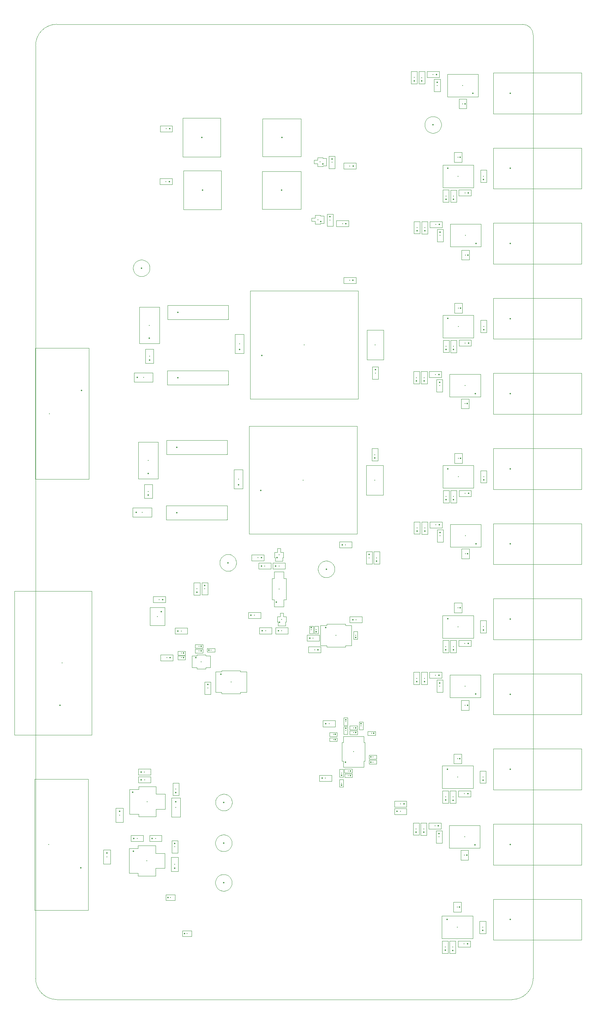
<source format=gbr>
%TF.GenerationSoftware,KiCad,Pcbnew,9.0.3*%
%TF.CreationDate,2025-09-16T13:45:05-04:00*%
%TF.ProjectId,WARM_TPC_Shaper,5741524d-5f54-4504-935f-536861706572,rev?*%
%TF.SameCoordinates,Original*%
%TF.FileFunction,Component,L1,Top*%
%TF.FilePolarity,Positive*%
%FSLAX46Y46*%
G04 Gerber Fmt 4.6, Leading zero omitted, Abs format (unit mm)*
G04 Created by KiCad (PCBNEW 9.0.3) date 2025-09-16 13:45:05*
%MOMM*%
%LPD*%
G01*
G04 APERTURE LIST*
%TA.AperFunction,ComponentMain*%
%ADD10C,0.300000*%
%TD*%
%TA.AperFunction,ComponentOutline,Courtyard*%
%ADD11C,0.100000*%
%TD*%
%TA.AperFunction,ComponentPin*%
%ADD12P,0.360000X4X0.000000*%
%TD*%
%TA.AperFunction,ComponentPin*%
%ADD13C,0.100000*%
%TD*%
%TA.AperFunction,ComponentOutline,Footprint*%
%ADD14C,0.100000*%
%TD*%
%TA.AperFunction,Profile*%
%ADD15C,0.050000*%
%TD*%
G04 APERTURE END LIST*
D10*
%TO.C,R68*%
%TO.CFtp,R_0603_1608Metric*%
%TO.CVal,24.9*%
%TO.CLbN,Resistor_SMD*%
%TO.CMnt,SMD*%
%TO.CRot,0*%
X182190000Y-200600000D03*
D11*
X183665000Y-199875000D02*
X183665000Y-201325000D01*
X180715000Y-201325000D01*
X180715000Y-199875000D01*
X183665000Y-199875000D01*
D12*
%TO.P,R68,1*%
X181365000Y-200600000D03*
D13*
%TO.P,R68,2*%
X183015000Y-200600000D03*
%TD*%
D10*
%TO.C,U7*%
%TO.CFtp,INA28x_8SOIC*%
%TO.CVal,INA286*%
%TO.CLbN,Texas_Instruments*%
%TO.CMnt,SMD*%
%TO.CRot,180*%
X214928000Y-155589999D03*
D11*
X218628000Y-152892499D02*
X218628000Y-158287499D01*
X211228000Y-158287499D01*
X211228000Y-152892499D01*
X218628000Y-152892499D01*
D12*
%TO.P,U7,1,-IN*%
X217398000Y-157494999D03*
D13*
%TO.P,U7,2,GND*%
X217398000Y-156224999D03*
%TO.P,U7,3,REF2*%
X217398000Y-154954999D03*
%TO.P,U7,4,4*%
X217398000Y-153684999D03*
%TO.P,U7,5,OUT*%
X212458000Y-153684999D03*
%TO.P,U7,6,V+*%
X212458000Y-154954999D03*
%TO.P,U7,7,REF1*%
X212458000Y-156224999D03*
%TO.P,U7,8,+IN*%
X212458000Y-157494999D03*
%TD*%
D10*
%TO.C,U12*%
%TO.CFtp,INA28x_8SOIC*%
%TO.CVal,INA286*%
%TO.CLbN,Texas_Instruments*%
%TO.CMnt,SMD*%
%TO.CRot,0*%
X213170000Y-141434999D03*
D11*
X216870000Y-138737499D02*
X216870000Y-144132499D01*
X209470000Y-144132499D01*
X209470000Y-138737499D01*
X216870000Y-138737499D01*
D12*
%TO.P,U12,1,-IN*%
X210700000Y-139529999D03*
D13*
%TO.P,U12,2,GND*%
X210700000Y-140799999D03*
%TO.P,U12,3,REF2*%
X210700000Y-142069999D03*
%TO.P,U12,4*%
X210700000Y-143339999D03*
%TO.P,U12,5,OUT*%
X215640000Y-143339999D03*
%TO.P,U12,6,V+*%
X215640000Y-142069999D03*
%TO.P,U12,7,REF1*%
X215640000Y-140799999D03*
%TO.P,U12,8,+IN*%
X215640000Y-139529999D03*
%TD*%
D10*
%TO.C,C27*%
%TO.CFtp,C_0603_1608Metric*%
%TO.CVal,1uF*%
%TO.CLbN,Capacitor_SMD*%
%TO.CMnt,SMD*%
%TO.CRot,90*%
X202590000Y-45780000D03*
D11*
X203315000Y-44305000D02*
X203315000Y-47255000D01*
X201865000Y-47255000D01*
X201865000Y-44305000D01*
X203315000Y-44305000D01*
D12*
%TO.P,C27,1*%
X202590000Y-46555000D03*
D13*
%TO.P,C27,2*%
X202590000Y-45005000D03*
%TD*%
D10*
%TO.C,C25*%
%TO.CFtp,C_0603_1608Metric*%
%TO.CVal,0.1uF*%
%TO.CLbN,Capacitor_SMD*%
%TO.CMnt,SMD*%
%TO.CRot,-90*%
X208120000Y-47669999D03*
D11*
X208845000Y-46194999D02*
X208845000Y-49144999D01*
X207395000Y-49144999D01*
X207395000Y-46194999D01*
X208845000Y-46194999D01*
D12*
%TO.P,C25,1*%
X208120000Y-46894999D03*
D13*
%TO.P,C25,2*%
X208120000Y-48444999D03*
%TD*%
D10*
%TO.C,R11*%
%TO.CFtp,RES_FCSL20_OHM-L*%
%TO.CVal,FCSL20R010FER*%
%TO.CLbN,Foil_Resistors*%
%TO.CMnt,SMD*%
%TO.CRot,180*%
X214680000Y-232124999D03*
D11*
X215602100Y-230948899D02*
X215602100Y-233301099D01*
X213757900Y-233301099D01*
X213757900Y-230948899D01*
X215602100Y-230948899D01*
D12*
%TO.P,R11,1*%
X215213400Y-232124999D03*
D13*
%TO.P,R11,2*%
X214146600Y-232124999D03*
%TD*%
D10*
%TO.C,R18*%
%TO.CFtp,R_0603_1608Metric*%
%TO.CVal,49.9*%
%TO.CLbN,Resistor_SMD*%
%TO.CMnt,SMD*%
%TO.CRot,180*%
X207730000Y-188975000D03*
D11*
X209205000Y-188250000D02*
X209205000Y-189700000D01*
X206255000Y-189700000D01*
X206255000Y-188250000D01*
X209205000Y-188250000D01*
D12*
%TO.P,R18,1*%
X208555000Y-188975000D03*
D13*
%TO.P,R18,2*%
X206905000Y-188975000D03*
%TD*%
D10*
%TO.C,C75*%
%TO.CFtp,C_0603_1608Metric*%
%TO.CVal,0.1uF*%
%TO.CLbN,Capacitor_SMD*%
%TO.CMnt,SMD*%
%TO.CRot,180*%
X141440000Y-170860000D03*
D11*
X142915000Y-170135000D02*
X142915000Y-171585000D01*
X139965000Y-171585000D01*
X139965000Y-170135000D01*
X142915000Y-170135000D01*
D12*
%TO.P,C75,1*%
X142215000Y-170860000D03*
D13*
%TO.P,C75,2*%
X140665000Y-170860000D03*
%TD*%
D10*
%TO.C,R33*%
%TO.CFtp,R_0402_1005Metric*%
%TO.CVal,10k*%
%TO.CLbN,Resistor_SMD*%
%TO.CMnt,SMD*%
%TO.CRot,90*%
X188530000Y-179450000D03*
D11*
X188995000Y-178525000D02*
X188995000Y-180375000D01*
X188065000Y-180375000D01*
X188065000Y-178525000D01*
X188995000Y-178525000D01*
D12*
%TO.P,R33,1*%
X188530000Y-179960000D03*
D13*
%TO.P,R33,2*%
X188530000Y-178940000D03*
%TD*%
D10*
%TO.C,R25*%
%TO.CFtp,R_0603_1608Metric*%
%TO.CVal,49.9*%
%TO.CLbN,Resistor_SMD*%
%TO.CMnt,SMD*%
%TO.CRot,180*%
X214580000Y-253369999D03*
D11*
X216055000Y-252644999D02*
X216055000Y-254094999D01*
X213105000Y-254094999D01*
X213105000Y-252644999D01*
X216055000Y-252644999D01*
D12*
%TO.P,R25,1*%
X215405000Y-253369999D03*
D13*
%TO.P,R25,2*%
X213755000Y-253369999D03*
%TD*%
D10*
%TO.C,Q1*%
%TO.CFtp,ISP281D_ISO*%
%TO.CVal,ISP281D*%
%TO.CLbN,ISOCOM*%
%TO.CMnt,SMD*%
%TO.CRot,90*%
X170160000Y-168360000D03*
D11*
X171323400Y-164161300D02*
X171323400Y-165812300D01*
X171856800Y-165812300D01*
X171856800Y-170907700D01*
X171323400Y-170907700D01*
X171323400Y-172558700D01*
X168996600Y-172558700D01*
X168996600Y-170907700D01*
X168463200Y-170907700D01*
X168463200Y-165812300D01*
X168996600Y-165812300D01*
X168996600Y-164161300D01*
X171323400Y-164161300D01*
D12*
%TO.P,Q1,1,1*%
X169525000Y-171484200D03*
D13*
%TO.P,Q1,2,2*%
X170795000Y-171484200D03*
%TO.P,Q1,3,3*%
X170795000Y-165235800D03*
%TO.P,Q1,4,4*%
X169525000Y-165235800D03*
%TD*%
D10*
%TO.C,R65*%
%TO.CFtp,R_0402_1005Metric*%
%TO.CVal,10k*%
%TO.CLbN,Resistor_SMD*%
%TO.CMnt,SMD*%
%TO.CRot,-90*%
X189850000Y-201090000D03*
D11*
X190315000Y-200165000D02*
X190315000Y-202015000D01*
X189385000Y-202015000D01*
X189385000Y-200165000D01*
X190315000Y-200165000D01*
D12*
%TO.P,R65,1*%
X189850000Y-200580000D03*
D13*
%TO.P,R65,2*%
X189850000Y-201600000D03*
%TD*%
D10*
%TO.C,SEC_{RTN}1*%
%TO.CFtp,TestPoint_Keystone_5005-5009_Compact*%
%TO.CVal,TestPoint*%
%TO.CLbN,TestPoint*%
%TO.CMnt,TH*%
%TO.CRot,0*%
X181508400Y-163576000D03*
D11*
X181650904Y-161583548D02*
X181933010Y-161624108D01*
X182206468Y-161704403D01*
X182465720Y-161822799D01*
X182705480Y-161976884D01*
X182920875Y-162163524D01*
X183107515Y-162378919D01*
X183261600Y-162618679D01*
X183379996Y-162877931D01*
X183460291Y-163151389D01*
X183500858Y-163433542D01*
X183503399Y-163576000D01*
X183500858Y-163718457D01*
X183460291Y-164000610D01*
X183379996Y-164274068D01*
X183261600Y-164533320D01*
X183107515Y-164773080D01*
X182920875Y-164988475D01*
X182705480Y-165175115D01*
X182465720Y-165329200D01*
X182206468Y-165447596D01*
X181933010Y-165527891D01*
X181650904Y-165568452D01*
X181365896Y-165568452D01*
X181083789Y-165527891D01*
X180810331Y-165447596D01*
X180551079Y-165329200D01*
X180311319Y-165175115D01*
X180095924Y-164988475D01*
X179909284Y-164773080D01*
X179755199Y-164533320D01*
X179636803Y-164274068D01*
X179556508Y-164000610D01*
X179515948Y-163718503D01*
X179515948Y-163433496D01*
X179556508Y-163151389D01*
X179636803Y-162877931D01*
X179755199Y-162618679D01*
X179909284Y-162378919D01*
X180095924Y-162163524D01*
X180311319Y-161976884D01*
X180551079Y-161822799D01*
X180810331Y-161704403D01*
X181083789Y-161624108D01*
X181365896Y-161583548D01*
X181650904Y-161583548D01*
D12*
%TO.P,SEC_{RTN}1,1,1*%
X181508400Y-163576000D03*
%TD*%
D10*
%TO.C,C35*%
%TO.CFtp,C_0603_1608Metric*%
%TO.CVal,0.1uF*%
%TO.CLbN,Capacitor_SMD*%
%TO.CMnt,SMD*%
%TO.CRot,90*%
X205118000Y-153710000D03*
D11*
X205843000Y-152235000D02*
X205843000Y-155185000D01*
X204393000Y-155185000D01*
X204393000Y-152235000D01*
X205843000Y-152235000D01*
D12*
%TO.P,C35,1*%
X205118000Y-154485000D03*
D13*
%TO.P,C35,2*%
X205118000Y-152935000D03*
%TD*%
D10*
%TO.C,J13*%
%TO.CFtp,CONN_RF2-49B-T-00-50-G-HDW_ADM*%
%TO.CVal,RF2-49B-T-00-50-G-HDW*%
%TO.CLbN,Adam_Tech*%
%TO.CMnt,TH*%
%TO.CRot,-90*%
X225680000Y-247544999D03*
D11*
X242759432Y-242647799D02*
X242759432Y-252442199D01*
X221554569Y-252442199D01*
X221554569Y-242647799D01*
X242759432Y-242647799D01*
D12*
%TO.P,J13,1,SIGNAL*%
X225680000Y-247544999D03*
D13*
%TO.P,J13,2,GND*%
X228220000Y-245004999D03*
%TO.P,J13,3,GND*%
X223140000Y-245004999D03*
%TO.P,J13,4,GND*%
X223140000Y-250084999D03*
%TO.P,J13,5,GND*%
X228220000Y-250084999D03*
%TD*%
D10*
%TO.C,TELEM_{-5V}1*%
%TO.CFtp,TestPoint_Keystone_5005-5009_Compact*%
%TO.CVal,TestPoint*%
%TO.CLbN,TestPoint*%
%TO.CMnt,TH*%
%TO.CRot,0*%
X156870400Y-238709200D03*
D11*
X157012904Y-236716748D02*
X157295010Y-236757308D01*
X157568468Y-236837603D01*
X157827720Y-236955999D01*
X158067480Y-237110084D01*
X158282875Y-237296724D01*
X158469515Y-237512119D01*
X158623600Y-237751879D01*
X158741996Y-238011131D01*
X158822291Y-238284589D01*
X158862858Y-238566742D01*
X158865399Y-238709200D01*
X158862858Y-238851657D01*
X158822291Y-239133810D01*
X158741996Y-239407268D01*
X158623600Y-239666520D01*
X158469515Y-239906280D01*
X158282875Y-240121675D01*
X158067480Y-240308315D01*
X157827720Y-240462400D01*
X157568468Y-240580796D01*
X157295010Y-240661091D01*
X157012904Y-240701652D01*
X156727896Y-240701652D01*
X156445789Y-240661091D01*
X156172331Y-240580796D01*
X155913079Y-240462400D01*
X155673319Y-240308315D01*
X155457924Y-240121675D01*
X155271284Y-239906280D01*
X155117199Y-239666520D01*
X154998803Y-239407268D01*
X154918508Y-239133810D01*
X154877948Y-238851703D01*
X154877948Y-238566696D01*
X154918508Y-238284589D01*
X154998803Y-238011131D01*
X155117199Y-237751879D01*
X155271284Y-237512119D01*
X155457924Y-237296724D01*
X155673319Y-237110084D01*
X155913079Y-236955999D01*
X156172331Y-236837603D01*
X156445789Y-236757308D01*
X156727896Y-236716748D01*
X157012904Y-236716748D01*
D12*
%TO.P,TELEM_{-5V}1,1,1*%
X156870400Y-238709200D03*
%TD*%
D10*
%TO.C,C74*%
%TO.CFtp,C_0402_1005Metric*%
%TO.CVal,0.1uF*%
%TO.CLbN,Capacitor_SMD*%
%TO.CMnt,SMD*%
%TO.CRot,0*%
X153855476Y-182990000D03*
D11*
X154760476Y-182535000D02*
X154760476Y-183445000D01*
X152950476Y-183445000D01*
X152950476Y-182535000D01*
X154760476Y-182535000D01*
D12*
%TO.P,C74,1*%
X153375476Y-182990000D03*
D13*
%TO.P,C74,2*%
X154335476Y-182990000D03*
%TD*%
D10*
%TO.C,C17*%
%TO.CFtp,C_0603_1608Metric*%
%TO.CVal,0.1uF*%
%TO.CLbN,Capacitor_SMD*%
%TO.CMnt,SMD*%
%TO.CRot,0*%
X186116000Y-157730000D03*
D11*
X187591000Y-157005000D02*
X187591000Y-158455000D01*
X184641000Y-158455000D01*
X184641000Y-157005000D01*
X187591000Y-157005000D01*
D12*
%TO.P,C17,1*%
X185341000Y-157730000D03*
D13*
%TO.P,C17,2*%
X186891000Y-157730000D03*
%TD*%
D10*
%TO.C,R69*%
%TO.CFtp,R_0603_1608Metric*%
%TO.CVal,845*%
%TO.CLbN,Resistor_SMD*%
%TO.CMnt,SMD*%
%TO.CRot,0*%
X166950000Y-178340000D03*
D11*
X168425000Y-177615000D02*
X168425000Y-179065000D01*
X165475000Y-179065000D01*
X165475000Y-177615000D01*
X168425000Y-177615000D01*
D12*
%TO.P,R69,1*%
X166125000Y-178340000D03*
D13*
%TO.P,R69,2*%
X167775000Y-178340000D03*
%TD*%
D10*
%TO.C,R73*%
%TO.CFtp,R_0603_1608Metric*%
%TO.CVal,10k*%
%TO.CLbN,Resistor_SMD*%
%TO.CMnt,SMD*%
%TO.CRot,180*%
X165100000Y-160850000D03*
D11*
X166575000Y-160125000D02*
X166575000Y-161575000D01*
X163625000Y-161575000D01*
X163625000Y-160125000D01*
X166575000Y-160125000D01*
D12*
%TO.P,R73,1*%
X165925000Y-160850000D03*
D13*
%TO.P,R73,2*%
X164275000Y-160850000D03*
%TD*%
D10*
%TO.C,R56*%
%TO.CFtp,R_0603_1608Metric*%
%TO.CVal,196*%
%TO.CLbN,Resistor_SMD*%
%TO.CMnt,SMD*%
%TO.CRot,0*%
X136120000Y-228110000D03*
D11*
X137595000Y-227385000D02*
X137595000Y-228835000D01*
X134645000Y-228835000D01*
X134645000Y-227385000D01*
X137595000Y-227385000D01*
D12*
%TO.P,R56,1*%
X135295000Y-228110000D03*
D13*
%TO.P,R56,2*%
X136945000Y-228110000D03*
%TD*%
D10*
%TO.C,R20*%
%TO.CFtp,R_0603_1608Metric*%
%TO.CVal,49.9*%
%TO.CLbN,Resistor_SMD*%
%TO.CMnt,SMD*%
%TO.CRot,180*%
X214780000Y-73414999D03*
D11*
X216255000Y-72689999D02*
X216255000Y-74139999D01*
X213305000Y-74139999D01*
X213305000Y-72689999D01*
X216255000Y-72689999D01*
D12*
%TO.P,R20,1*%
X215605000Y-73414999D03*
D13*
%TO.P,R20,2*%
X213955000Y-73414999D03*
%TD*%
D10*
%TO.C,C20*%
%TO.CFtp,CP_EIA-3216-12_Kemet-S*%
%TO.CVal,2.2uF*%
%TO.CLbN,Capacitor_Tantalum_SMD*%
%TO.CMnt,SMD*%
%TO.CRot,-90*%
X145420000Y-220650000D03*
D11*
X146465000Y-218355000D02*
X146465000Y-222945000D01*
X144375000Y-222945000D01*
X144375000Y-218355000D01*
X146465000Y-218355000D01*
D12*
%TO.P,C20,1*%
X145420000Y-219300000D03*
D13*
%TO.P,C20,2*%
X145420000Y-222000000D03*
%TD*%
D10*
%TO.C,R54*%
%TO.CFtp,R_0603_1608Metric*%
%TO.CVal,330k*%
%TO.CLbN,Resistor_SMD*%
%TO.CMnt,SMD*%
%TO.CRot,0*%
X137890000Y-214050000D03*
D11*
X139365000Y-213325000D02*
X139365000Y-214775000D01*
X136415000Y-214775000D01*
X136415000Y-213325000D01*
X139365000Y-213325000D01*
D12*
%TO.P,R54,1*%
X137065000Y-214050000D03*
D13*
%TO.P,R54,2*%
X138715000Y-214050000D03*
%TD*%
D10*
%TO.C,R6*%
%TO.CFtp,RES_FCSL20_OHM-L*%
%TO.CVal,FCSL20R010FER*%
%TO.CLbN,Foil_Resistors*%
%TO.CMnt,SMD*%
%TO.CRot,180*%
X213180000Y-137014999D03*
D11*
X214102100Y-135838899D02*
X214102100Y-138191099D01*
X212257900Y-138191099D01*
X212257900Y-135838899D01*
X214102100Y-135838899D01*
D12*
%TO.P,R6,1*%
X213713400Y-137014999D03*
D13*
%TO.P,R6,2*%
X212646600Y-137014999D03*
%TD*%
D10*
%TO.C,R24*%
%TO.CFtp,R_0603_1608Metric*%
%TO.CVal,49.9*%
%TO.CLbN,Resistor_SMD*%
%TO.CMnt,SMD*%
%TO.CRot,180*%
X214660000Y-217379999D03*
D11*
X216135000Y-216654999D02*
X216135000Y-218104999D01*
X213185000Y-218104999D01*
X213185000Y-216654999D01*
X216135000Y-216654999D01*
D12*
%TO.P,R24,1*%
X215485000Y-217379999D03*
D13*
%TO.P,R24,2*%
X213835000Y-217379999D03*
%TD*%
D10*
%TO.C,R57*%
%TO.CFtp,R_0603_1608Metric*%
%TO.CVal,120*%
%TO.CLbN,Resistor_SMD*%
%TO.CMnt,SMD*%
%TO.CRot,0*%
X140555000Y-228110000D03*
D11*
X142030000Y-227385000D02*
X142030000Y-228835000D01*
X139080000Y-228835000D01*
X139080000Y-227385000D01*
X142030000Y-227385000D01*
D12*
%TO.P,R57,1*%
X139730000Y-228110000D03*
D13*
%TO.P,R57,2*%
X141380000Y-228110000D03*
%TD*%
D10*
%TO.C,C42*%
%TO.CFtp,C_0603_1608Metric*%
%TO.CVal,1uF*%
%TO.CLbN,Capacitor_SMD*%
%TO.CMnt,SMD*%
%TO.CRot,90*%
X203050000Y-225835000D03*
D11*
X203775000Y-224360000D02*
X203775000Y-227310000D01*
X202325000Y-227310000D01*
X202325000Y-224360000D01*
X203775000Y-224360000D01*
D12*
%TO.P,C42,1*%
X203050000Y-226610000D03*
D13*
%TO.P,C42,2*%
X203050000Y-225060000D03*
%TD*%
D10*
%TO.C,C24*%
%TO.CFtp,C_0402_1005Metric*%
%TO.CVal,0.1uF*%
%TO.CLbN,Capacitor_SMD*%
%TO.CMnt,SMD*%
%TO.CRot,0*%
X192690000Y-208600000D03*
D11*
X193595000Y-208145000D02*
X193595000Y-209055000D01*
X191785000Y-209055000D01*
X191785000Y-208145000D01*
X193595000Y-208145000D01*
D12*
%TO.P,C24,1*%
X192210000Y-208600000D03*
D13*
%TO.P,C24,2*%
X193170000Y-208600000D03*
%TD*%
D10*
%TO.C,U3*%
%TO.CFtp,SOT-3_ST_LIT*%
%TO.CVal,LT3080EST-PBF*%
%TO.CLbN,Analog_Devices*%
%TO.CMnt,SMD*%
%TO.CRot,-90*%
X138560000Y-219301500D03*
D11*
X140663200Y-215699700D02*
X140663200Y-217477700D01*
X142809500Y-217477700D01*
X142809500Y-221125300D01*
X140663200Y-221125300D01*
X140663200Y-222903300D01*
X136456800Y-222903300D01*
X136456800Y-222281000D01*
X134310500Y-222281000D01*
X134310500Y-216322000D01*
X136456800Y-216322000D01*
X136456800Y-215699700D01*
X140663200Y-215699700D01*
D12*
%TO.P,U3,1,SET*%
X135067500Y-216990100D03*
D13*
%TO.P,U3,2,OUT*%
X135067500Y-219301500D03*
%TO.P,U3,3,IN*%
X135067500Y-221612900D03*
%TO.P,U3,4,TAB*%
X142060000Y-219301500D03*
%TD*%
D10*
%TO.C,R7*%
%TO.CFtp,RES_FCSL20_OHM-L*%
%TO.CVal,FCSL20R010FER*%
%TO.CLbN,Foil_Resistors*%
%TO.CMnt,SMD*%
%TO.CRot,180*%
X214900000Y-159894999D03*
D11*
X215822100Y-158718899D02*
X215822100Y-161071099D01*
X213977900Y-161071099D01*
X213977900Y-158718899D01*
X215822100Y-158718899D01*
D12*
%TO.P,R7,1*%
X215433400Y-159894999D03*
D13*
%TO.P,R7,2*%
X214366600Y-159894999D03*
%TD*%
D10*
%TO.C,C21*%
%TO.CFtp,CP_EIA-2012-12_Kemet-R*%
%TO.CVal,1uF*%
%TO.CLbN,Capacitor_Tantalum_SMD*%
%TO.CMnt,SMD*%
%TO.CRot,-90*%
X128880000Y-232512500D03*
D11*
X129755000Y-230817500D02*
X129755000Y-234207500D01*
X128005000Y-234207500D01*
X128005000Y-230817500D01*
X129755000Y-230817500D01*
D12*
%TO.P,C21,1*%
X128880000Y-231625000D03*
D13*
%TO.P,C21,2*%
X128880000Y-233400000D03*
%TD*%
D10*
%TO.C,J15*%
%TO.CFtp,618009231121*%
%TO.CVal,618009231121*%
%TO.CLbN,Wurth_Elektronik*%
%TO.CMnt,TH*%
%TO.CRot,-90*%
X114920000Y-229575000D03*
D11*
X124415000Y-213880000D02*
X124415000Y-245270000D01*
X111505000Y-245270000D01*
X111505000Y-213880000D01*
X124415000Y-213880000D01*
D12*
%TO.P,J15,1*%
X122640000Y-235115000D03*
D13*
%TO.P,J15,2*%
X122640000Y-232345000D03*
%TO.P,J15,3*%
X122640000Y-229575000D03*
%TO.P,J15,4*%
X122640000Y-226805000D03*
%TO.P,J15,5*%
X122640000Y-224035000D03*
%TO.P,J15,6*%
X119800000Y-233730000D03*
%TO.P,J15,7*%
X119800000Y-230960000D03*
%TO.P,J15,8*%
X119800000Y-228190000D03*
%TO.P,J15,9*%
X119800000Y-225420000D03*
%TO.P,J15,S1*%
X121220000Y-217075000D03*
%TO.P,J15,S2*%
X121220000Y-242075000D03*
%TD*%
D10*
%TO.C,P4*%
%TO.CFtp,conn1_1-1123824-1_TEC*%
%TO.CVal,1-1123824-1*%
%TO.CLbN,TE_Connectivity*%
%TO.CMnt,TH*%
%TO.CRot,180*%
X170830000Y-60150000D03*
D11*
X175478999Y-55626000D02*
X175478999Y-64674000D01*
X166181001Y-64674000D01*
X166181001Y-55626000D01*
X175478999Y-55626000D01*
D12*
%TO.P,P4,1,1*%
X170830000Y-60150000D03*
D13*
%TO.P,P4,*%
X174500000Y-59390000D03*
X167180000Y-59390000D03*
%TD*%
D10*
%TO.C,R61*%
%TO.CFtp,R_0603_1608Metric*%
%TO.CVal,10k*%
%TO.CLbN,Resistor_SMD*%
%TO.CMnt,SMD*%
%TO.CRot,180*%
X199310000Y-219840000D03*
D11*
X200785000Y-219115000D02*
X200785000Y-220565000D01*
X197835000Y-220565000D01*
X197835000Y-219115000D01*
X200785000Y-219115000D01*
D12*
%TO.P,R61,1*%
X200135000Y-219840000D03*
D13*
%TO.P,R61,2*%
X198485000Y-219840000D03*
%TD*%
D10*
%TO.C,R26*%
%TO.CFtp,R_0402_1005Metric*%
%TO.CVal,10k*%
%TO.CLbN,Resistor_SMD*%
%TO.CMnt,SMD*%
%TO.CRot,-90*%
X177920000Y-178120000D03*
D11*
X178385000Y-177195000D02*
X178385000Y-179045000D01*
X177455000Y-179045000D01*
X177455000Y-177195000D01*
X178385000Y-177195000D01*
D12*
%TO.P,R26,1*%
X177920000Y-177610000D03*
D13*
%TO.P,R26,2*%
X177920000Y-178630000D03*
%TD*%
D10*
%TO.C,R23*%
%TO.CFtp,R_0603_1608Metric*%
%TO.CVal,49.9*%
%TO.CLbN,Resistor_SMD*%
%TO.CMnt,SMD*%
%TO.CRot,180*%
X214740000Y-181349999D03*
D11*
X216215000Y-180624999D02*
X216215000Y-182074999D01*
X213265000Y-182074999D01*
X213265000Y-180624999D01*
X216215000Y-180624999D01*
D12*
%TO.P,R23,1*%
X215565000Y-181349999D03*
D13*
%TO.P,R23,2*%
X213915000Y-181349999D03*
%TD*%
D10*
%TO.C,R62*%
%TO.CFtp,R_0402_1005Metric*%
%TO.CVal,24.9*%
%TO.CLbN,Resistor_SMD*%
%TO.CMnt,SMD*%
%TO.CRot,90*%
X185140000Y-212430000D03*
D11*
X185605000Y-211505000D02*
X185605000Y-213355000D01*
X184675000Y-213355000D01*
X184675000Y-211505000D01*
X185605000Y-211505000D01*
D12*
%TO.P,R62,1*%
X185140000Y-212940000D03*
D13*
%TO.P,R62,2*%
X185140000Y-211920000D03*
%TD*%
D10*
%TO.C,C63*%
%TO.CFtp,C_0402_1005Metric*%
%TO.CVal,1uF*%
%TO.CLbN,Capacitor_SMD*%
%TO.CMnt,SMD*%
%TO.CRot,180*%
X186800000Y-213050000D03*
D11*
X187705000Y-212595000D02*
X187705000Y-213505000D01*
X185895000Y-213505000D01*
X185895000Y-212595000D01*
X187705000Y-212595000D01*
D12*
%TO.P,C63,1*%
X187280000Y-213050000D03*
D13*
%TO.P,C63,2*%
X186320000Y-213050000D03*
%TD*%
D10*
%TO.C,R13*%
%TO.CFtp,R_0402_1005Metric*%
%TO.CVal,10k*%
%TO.CLbN,Resistor_SMD*%
%TO.CMnt,SMD*%
%TO.CRot,90*%
X179120000Y-178120000D03*
D11*
X179585000Y-177195000D02*
X179585000Y-179045000D01*
X178655000Y-179045000D01*
X178655000Y-177195000D01*
X179585000Y-177195000D01*
D12*
%TO.P,R13,1*%
X179120000Y-178630000D03*
D13*
%TO.P,R13,2*%
X179120000Y-177610000D03*
%TD*%
D10*
%TO.C,R29*%
%TO.CFtp,R_0603_1608Metric*%
%TO.CVal,49.9*%
%TO.CLbN,Resistor_SMD*%
%TO.CMnt,SMD*%
%TO.CRot,180*%
X185400000Y-80790000D03*
D11*
X186875000Y-80065000D02*
X186875000Y-81515000D01*
X183925000Y-81515000D01*
X183925000Y-80065000D01*
X186875000Y-80065000D01*
D12*
%TO.P,R29,1*%
X186225000Y-80790000D03*
D13*
%TO.P,R29,2*%
X184575000Y-80790000D03*
%TD*%
D10*
%TO.C,C37*%
%TO.CFtp,C_0603_1608Metric*%
%TO.CVal,0.1uF*%
%TO.CLbN,Capacitor_SMD*%
%TO.CMnt,SMD*%
%TO.CRot,-90*%
X208730000Y-191614999D03*
D11*
X209455000Y-190139999D02*
X209455000Y-193089999D01*
X208005000Y-193089999D01*
X208005000Y-190139999D01*
X209455000Y-190139999D01*
D12*
%TO.P,C37,1*%
X208730000Y-190839999D03*
D13*
%TO.P,C37,2*%
X208730000Y-192389999D03*
%TD*%
D10*
%TO.C,U15*%
%TO.CFtp,INA28x_8SOIC*%
%TO.CVal,INA286*%
%TO.CLbN,Texas_Instruments*%
%TO.CMnt,SMD*%
%TO.CRot,0*%
X212940000Y-249394999D03*
D11*
X216640000Y-246697499D02*
X216640000Y-252092499D01*
X209240000Y-252092499D01*
X209240000Y-246697499D01*
X216640000Y-246697499D01*
D12*
%TO.P,U15,1,-IN*%
X210470000Y-247489999D03*
D13*
%TO.P,U15,2,GND*%
X210470000Y-248759999D03*
%TO.P,U15,3,REF2*%
X210470000Y-250029999D03*
%TO.P,U15,4*%
X210470000Y-251299999D03*
%TO.P,U15,5,OUT*%
X215410000Y-251299999D03*
%TO.P,U15,6,V+*%
X215410000Y-250029999D03*
%TO.P,U15,7,REF1*%
X215410000Y-248759999D03*
%TO.P,U15,8,+IN*%
X215410000Y-247489999D03*
%TD*%
D10*
%TO.C,J5*%
%TO.CFtp,CONN_RF2-49B-T-00-50-G-HDW_ADM*%
%TO.CVal,RF2-49B-T-00-50-G-HDW*%
%TO.CLbN,Adam_Tech*%
%TO.CMnt,TH*%
%TO.CRot,-90*%
X225680000Y-103544999D03*
D11*
X242759432Y-98647799D02*
X242759432Y-108442199D01*
X221554569Y-108442199D01*
X221554569Y-98647799D01*
X242759432Y-98647799D01*
D12*
%TO.P,J5,1,SIGNAL*%
X225680000Y-103544999D03*
D13*
%TO.P,J5,2,GND*%
X228220000Y-101004999D03*
%TO.P,J5,3,GND*%
X223140000Y-101004999D03*
%TO.P,J5,4,GND*%
X223140000Y-106084999D03*
%TO.P,J5,5,GND*%
X228220000Y-106084999D03*
%TD*%
D10*
%TO.C,R16*%
%TO.CFtp,R_0603_1608Metric*%
%TO.CVal,49.9*%
%TO.CLbN,Resistor_SMD*%
%TO.CMnt,SMD*%
%TO.CRot,180*%
X207680000Y-116945000D03*
D11*
X209155000Y-116220000D02*
X209155000Y-117670000D01*
X206205000Y-117670000D01*
X206205000Y-116220000D01*
X209155000Y-116220000D01*
D12*
%TO.P,R16,1*%
X208505000Y-116945000D03*
D13*
%TO.P,R16,2*%
X206855000Y-116945000D03*
%TD*%
D10*
%TO.C,C54*%
%TO.CFtp,C_0603_1608Metric*%
%TO.CVal,1uF*%
%TO.CLbN,Capacitor_SMD*%
%TO.CMnt,SMD*%
%TO.CRot,90*%
X210190000Y-182119999D03*
D11*
X210915000Y-180644999D02*
X210915000Y-183594999D01*
X209465000Y-183594999D01*
X209465000Y-180644999D01*
X210915000Y-180644999D01*
D12*
%TO.P,C54,1*%
X210190000Y-182894999D03*
D13*
%TO.P,C54,2*%
X210190000Y-181344999D03*
%TD*%
D10*
%TO.C,U11*%
%TO.CFtp,INA28x_8SOIC*%
%TO.CVal,INA286*%
%TO.CLbN,Texas_Instruments*%
%TO.CMnt,SMD*%
%TO.CRot,0*%
X213170000Y-105434999D03*
D11*
X216870000Y-102737499D02*
X216870000Y-108132499D01*
X209470000Y-108132499D01*
X209470000Y-102737499D01*
X216870000Y-102737499D01*
D12*
%TO.P,U11,1,-IN*%
X210700000Y-103529999D03*
D13*
%TO.P,U11,2,GND*%
X210700000Y-104799999D03*
%TO.P,U11,3,REF2*%
X210700000Y-106069999D03*
%TO.P,U11,4*%
X210700000Y-107339999D03*
%TO.P,U11,5,OUT*%
X215640000Y-107339999D03*
%TO.P,U11,6,V+*%
X215640000Y-106069999D03*
%TO.P,U11,7,REF1*%
X215640000Y-104799999D03*
%TO.P,U11,8,+IN*%
X215640000Y-103529999D03*
%TD*%
D10*
%TO.C,C36*%
%TO.CFtp,C_0603_1608Metric*%
%TO.CVal,1uF*%
%TO.CLbN,Capacitor_SMD*%
%TO.CMnt,SMD*%
%TO.CRot,90*%
X203278000Y-153700000D03*
D11*
X204003000Y-152225000D02*
X204003000Y-155175000D01*
X202553000Y-155175000D01*
X202553000Y-152225000D01*
X204003000Y-152225000D01*
D12*
%TO.P,C36,1*%
X203278000Y-154475000D03*
D13*
%TO.P,C36,2*%
X203278000Y-152925000D03*
%TD*%
D10*
%TO.C,M6*%
%TO.CFtp,SSM_TOS*%
%TO.CVal,SSM3K15AFS_LF*%
%TO.CLbN,Toshiba_Semi*%
%TO.CMnt,SMD*%
%TO.CRot,0*%
X170160000Y-160150000D03*
D11*
X170559000Y-158645401D02*
X170559000Y-159501000D01*
X171209000Y-159501000D01*
X171209000Y-160799000D01*
X171059000Y-160799000D01*
X171059000Y-161654599D01*
X169261000Y-161654599D01*
X169261000Y-160799000D01*
X169111000Y-160799000D01*
X169111000Y-159501000D01*
X169761000Y-159501000D01*
X169761000Y-158645401D01*
X170559000Y-158645401D01*
D12*
%TO.P,M6,1,1*%
X169660001Y-160825000D03*
D13*
%TO.P,M6,2,2*%
X170659999Y-160825000D03*
%TO.P,M6,3,3*%
X170160000Y-159475000D03*
%TD*%
D10*
%TO.C,C1*%
%TO.CFtp,CP_EIA-7343-20_Kemet-V*%
%TO.CVal,100uF*%
%TO.CLbN,Capacitor_Tantalum_SMD*%
%TO.CMnt,SMD*%
%TO.CRot,90*%
X139067500Y-105145000D03*
D11*
X141462500Y-100750000D02*
X141462500Y-109540000D01*
X136672500Y-109540000D01*
X136672500Y-100750000D01*
X141462500Y-100750000D01*
D12*
%TO.P,C1,1*%
X139067500Y-108257500D03*
D13*
%TO.P,C1,2*%
X139067500Y-102032500D03*
%TD*%
D10*
%TO.C,R67*%
%TO.CFtp,R_0402_1005Metric*%
%TO.CVal,24.9*%
%TO.CLbN,Resistor_SMD*%
%TO.CMnt,SMD*%
%TO.CRot,-90*%
X186180000Y-202230000D03*
D11*
X186645000Y-201305000D02*
X186645000Y-203155000D01*
X185715000Y-203155000D01*
X185715000Y-201305000D01*
X186645000Y-201305000D01*
D12*
%TO.P,R67,1*%
X186180000Y-201720000D03*
D13*
%TO.P,R67,2*%
X186180000Y-202740000D03*
%TD*%
D10*
%TO.C,R22*%
%TO.CFtp,R_0603_1608Metric*%
%TO.CVal,49.9*%
%TO.CLbN,Resistor_SMD*%
%TO.CMnt,SMD*%
%TO.CRot,180*%
X214810000Y-145409999D03*
D11*
X216285000Y-144684999D02*
X216285000Y-146134999D01*
X213335000Y-146134999D01*
X213335000Y-144684999D01*
X216285000Y-144684999D01*
D12*
%TO.P,R22,1*%
X215635000Y-145409999D03*
D13*
%TO.P,R22,2*%
X213985000Y-145409999D03*
%TD*%
D10*
%TO.C,TELEM_{RTN}2*%
%TO.CFtp,TestPoint_Keystone_5005-5009_Compact*%
%TO.CVal,TestPoint*%
%TO.CLbN,TestPoint*%
%TO.CMnt,TH*%
%TO.CRot,0*%
X156870400Y-229209600D03*
D11*
X157012904Y-227217148D02*
X157295010Y-227257708D01*
X157568468Y-227338003D01*
X157827720Y-227456399D01*
X158067480Y-227610484D01*
X158282875Y-227797124D01*
X158469515Y-228012519D01*
X158623600Y-228252279D01*
X158741996Y-228511531D01*
X158822291Y-228784989D01*
X158862858Y-229067142D01*
X158865399Y-229209600D01*
X158862858Y-229352057D01*
X158822291Y-229634210D01*
X158741996Y-229907668D01*
X158623600Y-230166920D01*
X158469515Y-230406680D01*
X158282875Y-230622075D01*
X158067480Y-230808715D01*
X157827720Y-230962800D01*
X157568468Y-231081196D01*
X157295010Y-231161491D01*
X157012904Y-231202052D01*
X156727896Y-231202052D01*
X156445789Y-231161491D01*
X156172331Y-231081196D01*
X155913079Y-230962800D01*
X155673319Y-230808715D01*
X155457924Y-230622075D01*
X155271284Y-230406680D01*
X155117199Y-230166920D01*
X154998803Y-229907668D01*
X154918508Y-229634210D01*
X154877948Y-229352103D01*
X154877948Y-229067096D01*
X154918508Y-228784989D01*
X154998803Y-228511531D01*
X155117199Y-228252279D01*
X155271284Y-228012519D01*
X155457924Y-227797124D01*
X155673319Y-227610484D01*
X155913079Y-227456399D01*
X156172331Y-227338003D01*
X156445789Y-227257708D01*
X156727896Y-227217148D01*
X157012904Y-227217148D01*
D12*
%TO.P,TELEM_{RTN}2,1,1*%
X156870400Y-229209600D03*
%TD*%
D10*
%TO.C,F5*%
%TO.CFtp,R_1206_3216Metric*%
%TO.CVal,Fuse*%
%TO.CLbN,Resistor_SMD*%
%TO.CMnt,SMD*%
%TO.CRot,0*%
X137365000Y-149995000D03*
D11*
X139640000Y-148880000D02*
X139640000Y-151110000D01*
X135090000Y-151110000D01*
X135090000Y-148880000D01*
X139640000Y-148880000D01*
D12*
%TO.P,F5,1*%
X135902500Y-149995000D03*
D13*
%TO.P,F5,2*%
X138827500Y-149995000D03*
%TD*%
D10*
%TO.C,C76*%
%TO.CFtp,C_0603_1608Metric*%
%TO.CVal,0.1uF*%
%TO.CLbN,Capacitor_SMD*%
%TO.CMnt,SMD*%
%TO.CRot,-90*%
X152350000Y-168260000D03*
D11*
X153075000Y-166785000D02*
X153075000Y-169735000D01*
X151625000Y-169735000D01*
X151625000Y-166785000D01*
X153075000Y-166785000D01*
D12*
%TO.P,C76,1*%
X152350000Y-167485000D03*
D13*
%TO.P,C76,2*%
X152350000Y-169035000D03*
%TD*%
D10*
%TO.C,C30*%
%TO.CFtp,C_0603_1608Metric*%
%TO.CVal,1uF*%
%TO.CLbN,Capacitor_SMD*%
%TO.CMnt,SMD*%
%TO.CRot,90*%
X203280000Y-81730000D03*
D11*
X204005000Y-80255000D02*
X204005000Y-83205000D01*
X202555000Y-83205000D01*
X202555000Y-80255000D01*
X204005000Y-80255000D01*
D12*
%TO.P,C30,1*%
X203280000Y-82505000D03*
D13*
%TO.P,C30,2*%
X203280000Y-80955000D03*
%TD*%
D10*
%TO.C,C62*%
%TO.CFtp,C_0603_1608Metric*%
%TO.CVal,0.1uF*%
%TO.CLbN,Capacitor_SMD*%
%TO.CMnt,SMD*%
%TO.CRot,180*%
X178710000Y-182880000D03*
D11*
X180185000Y-182155000D02*
X180185000Y-183605000D01*
X177235000Y-183605000D01*
X177235000Y-182155000D01*
X180185000Y-182155000D01*
D12*
%TO.P,C62,1*%
X179485000Y-182880000D03*
D13*
%TO.P,C62,2*%
X177935000Y-182880000D03*
%TD*%
D10*
%TO.C,M2*%
%TO.CFtp,SSM_TOS*%
%TO.CVal,SSM3K15AFS_LF*%
%TO.CLbN,Toshiba_Semi*%
%TO.CMnt,SMD*%
%TO.CRot,90*%
X180042000Y-65994000D03*
D11*
X180691000Y-64945000D02*
X180691000Y-65095000D01*
X181546599Y-65095000D01*
X181546599Y-66893000D01*
X180691000Y-66893000D01*
X180691000Y-67043000D01*
X179393000Y-67043000D01*
X179393000Y-66393000D01*
X178537401Y-66393000D01*
X178537401Y-65595000D01*
X179393000Y-65595000D01*
X179393000Y-64945000D01*
X180691000Y-64945000D01*
D12*
%TO.P,M2,1,1*%
X180717000Y-66493999D03*
D13*
%TO.P,M2,2,2*%
X180717000Y-65494001D03*
%TO.P,M2,3,3*%
X179367000Y-65994000D03*
%TD*%
D10*
%TO.C,C22*%
%TO.CFtp,CP_EIA-2012-12_Kemet-R*%
%TO.CVal,1uF*%
%TO.CLbN,Capacitor_Tantalum_SMD*%
%TO.CMnt,SMD*%
%TO.CRot,90*%
X145130000Y-234340000D03*
D11*
X146005000Y-232645000D02*
X146005000Y-236035000D01*
X144255000Y-236035000D01*
X144255000Y-232645000D01*
X146005000Y-232645000D01*
D12*
%TO.P,C22,1*%
X145130000Y-235227500D03*
D13*
%TO.P,C22,2*%
X145130000Y-233452500D03*
%TD*%
D10*
%TO.C,R27*%
%TO.CFtp,R_0603_1608Metric*%
%TO.CVal,49.9*%
%TO.CLbN,Resistor_SMD*%
%TO.CMnt,SMD*%
%TO.CRot,0*%
X178350000Y-180100000D03*
D11*
X179825000Y-179375000D02*
X179825000Y-180825000D01*
X176875000Y-180825000D01*
X176875000Y-179375000D01*
X179825000Y-179375000D01*
D12*
%TO.P,R27,1*%
X177525000Y-180100000D03*
D13*
%TO.P,R27,2*%
X179175000Y-180100000D03*
%TD*%
D10*
%TO.C,R3*%
%TO.CFtp,RES_FCSL20_OHM-L*%
%TO.CVal,FCSL20R010FER*%
%TO.CLbN,Foil_Resistors*%
%TO.CMnt,SMD*%
%TO.CRot,180*%
X214920000Y-88294999D03*
D11*
X215842100Y-87118899D02*
X215842100Y-89471099D01*
X213997900Y-89471099D01*
X213997900Y-87118899D01*
X215842100Y-87118899D01*
D12*
%TO.P,R3,1*%
X215453400Y-88294999D03*
D13*
%TO.P,R3,2*%
X214386600Y-88294999D03*
%TD*%
D10*
%TO.C,C72*%
%TO.CFtp,C_0402_1005Metric*%
%TO.CVal,1uF*%
%TO.CLbN,Capacitor_SMD*%
%TO.CMnt,SMD*%
%TO.CRot,180*%
X150955476Y-182050000D03*
D11*
X151860476Y-181595000D02*
X151860476Y-182505000D01*
X150050476Y-182505000D01*
X150050476Y-181595000D01*
X151860476Y-181595000D01*
D12*
%TO.P,C72,1*%
X151435476Y-182050000D03*
D13*
%TO.P,C72,2*%
X150475476Y-182050000D03*
%TD*%
D10*
%TO.C,C60*%
%TO.CFtp,C_0603_1608Metric*%
%TO.CVal,1uF*%
%TO.CLbN,Capacitor_SMD*%
%TO.CMnt,SMD*%
%TO.CRot,90*%
X210030000Y-254139999D03*
D11*
X210755000Y-252664999D02*
X210755000Y-255614999D01*
X209305000Y-255614999D01*
X209305000Y-252664999D01*
X210755000Y-252664999D01*
D12*
%TO.P,C60,1*%
X210030000Y-254914999D03*
D13*
%TO.P,C60,2*%
X210030000Y-253364999D03*
%TD*%
D10*
%TO.C,J3*%
%TO.CFtp,CONN_RF2-49B-T-00-50-G-HDW_ADM*%
%TO.CVal,RF2-49B-T-00-50-G-HDW*%
%TO.CLbN,Adam_Tech*%
%TO.CMnt,TH*%
%TO.CRot,-90*%
X225680000Y-67544999D03*
D11*
X242759432Y-62647799D02*
X242759432Y-72442199D01*
X221554569Y-72442199D01*
X221554569Y-62647799D01*
X242759432Y-62647799D01*
D12*
%TO.P,J3,1,SIGNAL*%
X225680000Y-67544999D03*
D13*
%TO.P,J3,2,GND*%
X228220000Y-65004999D03*
%TO.P,J3,3,GND*%
X223140000Y-65004999D03*
%TO.P,J3,4,GND*%
X223140000Y-70084999D03*
%TO.P,J3,5,GND*%
X228220000Y-70084999D03*
%TD*%
D10*
%TO.C,C47*%
%TO.CFtp,C_0603_1608Metric*%
%TO.CVal,0.1uF*%
%TO.CLbN,Capacitor_SMD*%
%TO.CMnt,SMD*%
%TO.CRot,90*%
X212050000Y-110189999D03*
D11*
X212775000Y-108714999D02*
X212775000Y-111664999D01*
X211325000Y-111664999D01*
X211325000Y-108714999D01*
X212775000Y-108714999D01*
D12*
%TO.P,C47,1*%
X212050000Y-110964999D03*
D13*
%TO.P,C47,2*%
X212050000Y-109414999D03*
%TD*%
D10*
%TO.C,D3*%
%TO.CFtp,DIOM5436X247N*%
%TO.CVal,1SMB5915BT3G*%
%TO.CLbN,ONSemi*%
%TO.CMnt,SMD*%
%TO.CRot,90*%
X193147500Y-142305000D03*
D11*
X195172500Y-138750000D02*
X195172500Y-145860000D01*
X191122500Y-145860000D01*
X191122500Y-138750000D01*
X195172500Y-138750000D01*
D13*
%TO.P,D3,A*%
X193147500Y-140120000D03*
%TO.P,D3,C*%
X193147500Y-144490000D03*
%TD*%
D10*
%TO.C,J14*%
%TO.CFtp,CONN_RF2-49B-T-00-50-G-HDW_ADM*%
%TO.CVal,RF2-49B-T-00-50-G-HDW*%
%TO.CLbN,Adam_Tech*%
%TO.CMnt,TH*%
%TO.CRot,-90*%
X225680000Y-229544999D03*
D11*
X242759432Y-224647799D02*
X242759432Y-234442199D01*
X221554569Y-234442199D01*
X221554569Y-224647799D01*
X242759432Y-224647799D01*
D12*
%TO.P,J14,1,SIGNAL*%
X225680000Y-229544999D03*
D13*
%TO.P,J14,2,GND*%
X228220000Y-227004999D03*
%TO.P,J14,3,GND*%
X223140000Y-227004999D03*
%TO.P,J14,4,GND*%
X223140000Y-232084999D03*
%TO.P,J14,5,GND*%
X228220000Y-232084999D03*
%TD*%
D10*
%TO.C,R72*%
%TO.CFtp,R_0603_1608Metric*%
%TO.CVal,15k*%
%TO.CLbN,Resistor_SMD*%
%TO.CMnt,SMD*%
%TO.CRot,0*%
X166760000Y-162810000D03*
D11*
X168235000Y-162085000D02*
X168235000Y-163535000D01*
X165285000Y-163535000D01*
X165285000Y-162085000D01*
X168235000Y-162085000D01*
D12*
%TO.P,R72,1*%
X165935000Y-162810000D03*
D13*
%TO.P,R72,2*%
X167585000Y-162810000D03*
%TD*%
D10*
%TO.C,R64*%
%TO.CFtp,R_0402_1005Metric*%
%TO.CVal,10k*%
%TO.CLbN,Resistor_SMD*%
%TO.CMnt,SMD*%
%TO.CRot,180*%
X188050000Y-202740000D03*
D11*
X188975000Y-202275000D02*
X188975000Y-203205000D01*
X187125000Y-203205000D01*
X187125000Y-202275000D01*
X188975000Y-202275000D01*
D12*
%TO.P,R64,1*%
X188560000Y-202740000D03*
D13*
%TO.P,R64,2*%
X187540000Y-202740000D03*
%TD*%
D10*
%TO.C,TELEM_{RTN}1*%
%TO.CFtp,TestPoint_Keystone_5005-5009_Compact*%
%TO.CVal,TestPoint*%
%TO.CLbN,TestPoint*%
%TO.CMnt,TH*%
%TO.CRot,0*%
X207111600Y-57099200D03*
D11*
X207254104Y-55106748D02*
X207536210Y-55147308D01*
X207809668Y-55227603D01*
X208068920Y-55345999D01*
X208308680Y-55500084D01*
X208524075Y-55686724D01*
X208710715Y-55902119D01*
X208864800Y-56141879D01*
X208983196Y-56401131D01*
X209063491Y-56674589D01*
X209104058Y-56956742D01*
X209106599Y-57099200D01*
X209104058Y-57241657D01*
X209063491Y-57523810D01*
X208983196Y-57797268D01*
X208864800Y-58056520D01*
X208710715Y-58296280D01*
X208524075Y-58511675D01*
X208308680Y-58698315D01*
X208068920Y-58852400D01*
X207809668Y-58970796D01*
X207536210Y-59051091D01*
X207254104Y-59091652D01*
X206969096Y-59091652D01*
X206686989Y-59051091D01*
X206413531Y-58970796D01*
X206154279Y-58852400D01*
X205914519Y-58698315D01*
X205699124Y-58511675D01*
X205512484Y-58296280D01*
X205358399Y-58056520D01*
X205240003Y-57797268D01*
X205159708Y-57523810D01*
X205119148Y-57241703D01*
X205119148Y-56956696D01*
X205159708Y-56674589D01*
X205240003Y-56401131D01*
X205358399Y-56141879D01*
X205512484Y-55902119D01*
X205699124Y-55686724D01*
X205914519Y-55500084D01*
X206154279Y-55345999D01*
X206413531Y-55227603D01*
X206686989Y-55147308D01*
X206969096Y-55106748D01*
X207254104Y-55106748D01*
D12*
%TO.P,TELEM_{RTN}1,1,1*%
X207111600Y-57099200D03*
%TD*%
D10*
%TO.C,C33*%
%TO.CFtp,C_0603_1608Metric*%
%TO.CVal,1uF*%
%TO.CLbN,Capacitor_SMD*%
%TO.CMnt,SMD*%
%TO.CRot,90*%
X203150000Y-117695000D03*
D11*
X203875000Y-116220000D02*
X203875000Y-119170000D01*
X202425000Y-119170000D01*
X202425000Y-116220000D01*
X203875000Y-116220000D01*
D12*
%TO.P,C33,1*%
X203150000Y-118470000D03*
D13*
%TO.P,C33,2*%
X203150000Y-116920000D03*
%TD*%
D10*
%TO.C,U1*%
%TO.CFtp,CONV_PDQ10-Q24-S3-D*%
%TO.CVal,PDQ10-Q24-S3-D*%
%TO.CLbN,CUI*%
%TO.CMnt,TH*%
%TO.CRot,90*%
X176230000Y-109840000D03*
D11*
X189175000Y-96895000D02*
X189175000Y-122785000D01*
X163285000Y-122785000D01*
X163285000Y-96895000D01*
X189175000Y-96895000D01*
D12*
%TO.P,U1,1,+VIN*%
X166080000Y-112340000D03*
D13*
%TO.P,U1,2,-VIN*%
X166080000Y-107240000D03*
%TO.P,U1,3,+VOUT*%
X186380000Y-120040000D03*
%TO.P,U1,4,TRIM*%
X186380000Y-109840000D03*
%TO.P,U1,5,-VOUT*%
X186380000Y-99640000D03*
%TO.P,U1,6,REMOTE*%
X166080000Y-99640000D03*
%TD*%
D10*
%TO.C,R19*%
%TO.CFtp,R_0603_1608Metric*%
%TO.CVal,49.9*%
%TO.CLbN,Resistor_SMD*%
%TO.CMnt,SMD*%
%TO.CRot,180*%
X207580000Y-225085000D03*
D11*
X209055000Y-224360000D02*
X209055000Y-225810000D01*
X206105000Y-225810000D01*
X206105000Y-224360000D01*
X209055000Y-224360000D01*
D12*
%TO.P,R19,1*%
X208405000Y-225085000D03*
D13*
%TO.P,R19,2*%
X206755000Y-225085000D03*
%TD*%
D10*
%TO.C,U8*%
%TO.CFtp,INA28x_8SOIC*%
%TO.CVal,INA286*%
%TO.CLbN,Texas_Instruments*%
%TO.CMnt,SMD*%
%TO.CRot,180*%
X214850000Y-191614999D03*
D11*
X218550000Y-188917499D02*
X218550000Y-194312499D01*
X211150000Y-194312499D01*
X211150000Y-188917499D01*
X218550000Y-188917499D01*
D12*
%TO.P,U8,1,-IN*%
X217320000Y-193519999D03*
D13*
%TO.P,U8,2,GND*%
X217320000Y-192249999D03*
%TO.P,U8,3,REF2*%
X217320000Y-190979999D03*
%TO.P,U8,4,4*%
X217320000Y-189709999D03*
%TO.P,U8,5,OUT*%
X212380000Y-189709999D03*
%TO.P,U8,6,V+*%
X212380000Y-190979999D03*
%TO.P,U8,7,REF1*%
X212380000Y-192249999D03*
%TO.P,U8,8,+IN*%
X212380000Y-193519999D03*
%TD*%
D10*
%TO.C,J11*%
%TO.CFtp,CONN_RF2-49B-T-00-50-G-HDW_ADM*%
%TO.CVal,RF2-49B-T-00-50-G-HDW*%
%TO.CLbN,Adam_Tech*%
%TO.CMnt,TH*%
%TO.CRot,-90*%
X225680000Y-211544999D03*
D11*
X242759432Y-206647799D02*
X242759432Y-216442199D01*
X221554569Y-216442199D01*
X221554569Y-206647799D01*
X242759432Y-206647799D01*
D12*
%TO.P,J11,1,SIGNAL*%
X225680000Y-211544999D03*
D13*
%TO.P,J11,2,GND*%
X228220000Y-209004999D03*
%TO.P,J11,3,GND*%
X223140000Y-209004999D03*
%TO.P,J11,4,GND*%
X223140000Y-214084999D03*
%TO.P,J11,5,GND*%
X228220000Y-214084999D03*
%TD*%
D10*
%TO.C,C70*%
%TO.CFtp,C_0402_1005Metric*%
%TO.CVal,0.01uF*%
%TO.CLbN,Capacitor_SMD*%
%TO.CMnt,SMD*%
%TO.CRot,180*%
X183200000Y-204410000D03*
D11*
X184105000Y-203955000D02*
X184105000Y-204865000D01*
X182295000Y-204865000D01*
X182295000Y-203955000D01*
X184105000Y-203955000D01*
D12*
%TO.P,C70,1*%
X183680000Y-204410000D03*
D13*
%TO.P,C70,2*%
X182720000Y-204410000D03*
%TD*%
D10*
%TO.C,C73*%
%TO.CFtp,C_0402_1005Metric*%
%TO.CVal,1uF*%
%TO.CLbN,Capacitor_SMD*%
%TO.CMnt,SMD*%
%TO.CRot,180*%
X146775476Y-183690000D03*
D11*
X147680476Y-183235000D02*
X147680476Y-184145000D01*
X145870476Y-184145000D01*
X145870476Y-183235000D01*
X147680476Y-183235000D01*
D12*
%TO.P,C73,1*%
X147255476Y-183690000D03*
D13*
%TO.P,C73,2*%
X146295476Y-183690000D03*
%TD*%
D10*
%TO.C,R34*%
%TO.CFtp,R_0603_1608Metric*%
%TO.CVal,49.9*%
%TO.CLbN,Resistor_SMD*%
%TO.CMnt,SMD*%
%TO.CRot,180*%
X187150000Y-66960000D03*
D11*
X188625000Y-66235000D02*
X188625000Y-67685000D01*
X185675000Y-67685000D01*
X185675000Y-66235000D01*
X188625000Y-66235000D01*
D12*
%TO.P,R34,1*%
X187975000Y-66960000D03*
D13*
%TO.P,R34,2*%
X186325000Y-66960000D03*
%TD*%
D10*
%TO.C,M5*%
%TO.CFtp,SSM_TOS*%
%TO.CVal,SSM3K15AFS_LF*%
%TO.CLbN,Toshiba_Semi*%
%TO.CMnt,SMD*%
%TO.CRot,0*%
X170810000Y-175610000D03*
D11*
X171209000Y-174105401D02*
X171209000Y-174961000D01*
X171859000Y-174961000D01*
X171859000Y-176259000D01*
X171709000Y-176259000D01*
X171709000Y-177114599D01*
X169911000Y-177114599D01*
X169911000Y-176259000D01*
X169761000Y-176259000D01*
X169761000Y-174961000D01*
X170411000Y-174961000D01*
X170411000Y-174105401D01*
X171209000Y-174105401D01*
D12*
%TO.P,M5,1,1*%
X170310001Y-176285000D03*
D13*
%TO.P,M5,2,2*%
X171309999Y-176285000D03*
%TO.P,M5,3,3*%
X170810000Y-174935000D03*
%TD*%
D10*
%TO.C,SEC_{RTN}2*%
%TO.CFtp,TestPoint_Keystone_5005-5009_Compact*%
%TO.CVal,TestPoint*%
%TO.CLbN,TestPoint*%
%TO.CMnt,TH*%
%TO.CRot,0*%
X137160000Y-91440000D03*
D11*
X137302504Y-89447548D02*
X137584610Y-89488108D01*
X137858068Y-89568403D01*
X138117320Y-89686799D01*
X138357080Y-89840884D01*
X138572475Y-90027524D01*
X138759115Y-90242919D01*
X138913200Y-90482679D01*
X139031596Y-90741931D01*
X139111891Y-91015389D01*
X139152458Y-91297542D01*
X139154999Y-91440000D01*
X139152458Y-91582457D01*
X139111891Y-91864610D01*
X139031596Y-92138068D01*
X138913200Y-92397320D01*
X138759115Y-92637080D01*
X138572475Y-92852475D01*
X138357080Y-93039115D01*
X138117320Y-93193200D01*
X137858068Y-93311596D01*
X137584610Y-93391891D01*
X137302504Y-93432452D01*
X137017496Y-93432452D01*
X136735389Y-93391891D01*
X136461931Y-93311596D01*
X136202679Y-93193200D01*
X135962919Y-93039115D01*
X135747524Y-92852475D01*
X135560884Y-92637080D01*
X135406799Y-92397320D01*
X135288403Y-92138068D01*
X135208108Y-91864610D01*
X135167548Y-91582503D01*
X135167548Y-91297496D01*
X135208108Y-91015389D01*
X135288403Y-90741931D01*
X135406799Y-90482679D01*
X135560884Y-90242919D01*
X135747524Y-90027524D01*
X135962919Y-89840884D01*
X136202679Y-89686799D01*
X136461931Y-89568403D01*
X136735389Y-89488108D01*
X137017496Y-89447548D01*
X137302504Y-89447548D01*
D12*
%TO.P,SEC_{RTN}2,1,1*%
X137160000Y-91440000D03*
%TD*%
D10*
%TO.C,U9*%
%TO.CFtp,INA28x_8SOIC*%
%TO.CVal,INA286*%
%TO.CLbN,Texas_Instruments*%
%TO.CMnt,SMD*%
%TO.CRot,180*%
X214700000Y-227724999D03*
D11*
X218400000Y-225027499D02*
X218400000Y-230422499D01*
X211000000Y-230422499D01*
X211000000Y-225027499D01*
X218400000Y-225027499D01*
D12*
%TO.P,U9,1,-IN*%
X217170000Y-229629999D03*
D13*
%TO.P,U9,2,GND*%
X217170000Y-228359999D03*
%TO.P,U9,3,REF2*%
X217170000Y-227089999D03*
%TO.P,U9,4,4*%
X217170000Y-225819999D03*
%TO.P,U9,5,OUT*%
X212230000Y-225819999D03*
%TO.P,U9,6,V+*%
X212230000Y-227089999D03*
%TO.P,U9,7,REF1*%
X212230000Y-228359999D03*
%TO.P,U9,8,+IN*%
X212230000Y-229629999D03*
%TD*%
D10*
%TO.C,C46*%
%TO.CFtp,C_0603_1608Metric*%
%TO.CVal,0.1uF*%
%TO.CLbN,Capacitor_SMD*%
%TO.CMnt,SMD*%
%TO.CRot,90*%
X219270000Y-105419999D03*
D11*
X219995000Y-103944999D02*
X219995000Y-106894999D01*
X218545000Y-106894999D01*
X218545000Y-103944999D01*
X219995000Y-103944999D01*
D12*
%TO.P,C46,1*%
X219270000Y-106194999D03*
D13*
%TO.P,C46,2*%
X219270000Y-104644999D03*
%TD*%
D10*
%TO.C,C50*%
%TO.CFtp,C_0603_1608Metric*%
%TO.CVal,0.1uF*%
%TO.CLbN,Capacitor_SMD*%
%TO.CMnt,SMD*%
%TO.CRot,90*%
X212050000Y-146189999D03*
D11*
X212775000Y-144714999D02*
X212775000Y-147664999D01*
X211325000Y-147664999D01*
X211325000Y-144714999D01*
X212775000Y-144714999D01*
D12*
%TO.P,C50,1*%
X212050000Y-146964999D03*
D13*
%TO.P,C50,2*%
X212050000Y-145414999D03*
%TD*%
D10*
%TO.C,C71*%
%TO.CFtp,C_0402_1005Metric*%
%TO.CVal,0.1uF*%
%TO.CLbN,Capacitor_SMD*%
%TO.CMnt,SMD*%
%TO.CRot,180*%
X183190000Y-203180000D03*
D11*
X184095000Y-202725000D02*
X184095000Y-203635000D01*
X182285000Y-203635000D01*
X182285000Y-202725000D01*
X184095000Y-202725000D01*
D12*
%TO.P,C71,1*%
X183670000Y-203180000D03*
D13*
%TO.P,C71,2*%
X182710000Y-203180000D03*
%TD*%
D10*
%TO.C,U14*%
%TO.CFtp,INA28x_8SOIC*%
%TO.CVal,INA286*%
%TO.CLbN,Texas_Instruments*%
%TO.CMnt,SMD*%
%TO.CRot,0*%
X213020000Y-213404999D03*
D11*
X216720000Y-210707499D02*
X216720000Y-216102499D01*
X209320000Y-216102499D01*
X209320000Y-210707499D01*
X216720000Y-210707499D01*
D12*
%TO.P,U14,1,-IN*%
X210550000Y-211499999D03*
D13*
%TO.P,U14,2,GND*%
X210550000Y-212769999D03*
%TO.P,U14,3,REF2*%
X210550000Y-214039999D03*
%TO.P,U14,4*%
X210550000Y-215309999D03*
%TO.P,U14,5,OUT*%
X215490000Y-215309999D03*
%TO.P,U14,6,V+*%
X215490000Y-214039999D03*
%TO.P,U14,7,REF1*%
X215490000Y-212769999D03*
%TO.P,U14,8,+IN*%
X215490000Y-211499999D03*
%TD*%
D10*
%TO.C,U13*%
%TO.CFtp,INA28x_8SOIC*%
%TO.CVal,INA286*%
%TO.CLbN,Texas_Instruments*%
%TO.CMnt,SMD*%
%TO.CRot,0*%
X213100000Y-177374999D03*
D11*
X216800000Y-174677499D02*
X216800000Y-180072499D01*
X209400000Y-180072499D01*
X209400000Y-174677499D01*
X216800000Y-174677499D01*
D12*
%TO.P,U13,1,-IN*%
X210630000Y-175469999D03*
D13*
%TO.P,U13,2,GND*%
X210630000Y-176739999D03*
%TO.P,U13,3,REF2*%
X210630000Y-178009999D03*
%TO.P,U13,4*%
X210630000Y-179279999D03*
%TO.P,U13,5,OUT*%
X215570000Y-179279999D03*
%TO.P,U13,6,V+*%
X215570000Y-178009999D03*
%TO.P,U13,7,REF1*%
X215570000Y-176739999D03*
%TO.P,U13,8,+IN*%
X215570000Y-175469999D03*
%TD*%
D10*
%TO.C,R78*%
%TO.CFtp,R_0402_1005Metric*%
%TO.CVal,24.9*%
%TO.CLbN,Resistor_SMD*%
%TO.CMnt,SMD*%
%TO.CRot,180*%
X146775476Y-184800000D03*
D11*
X147700476Y-184335000D02*
X147700476Y-185265000D01*
X145850476Y-185265000D01*
X145850476Y-184335000D01*
X147700476Y-184335000D01*
D12*
%TO.P,R78,1*%
X147285476Y-184800000D03*
D13*
%TO.P,R78,2*%
X146265476Y-184800000D03*
%TD*%
D10*
%TO.C,V_{EN}1*%
%TO.CFtp,TestPoint_Keystone_5005-5009_Compact*%
%TO.CVal,TestPoint*%
%TO.CLbN,TestPoint*%
%TO.CMnt,TH*%
%TO.CRot,0*%
X157940000Y-162040000D03*
D11*
X158082504Y-160047548D02*
X158364610Y-160088108D01*
X158638068Y-160168403D01*
X158897320Y-160286799D01*
X159137080Y-160440884D01*
X159352475Y-160627524D01*
X159539115Y-160842919D01*
X159693200Y-161082679D01*
X159811596Y-161341931D01*
X159891891Y-161615389D01*
X159932458Y-161897542D01*
X159934999Y-162040000D01*
X159932458Y-162182457D01*
X159891891Y-162464610D01*
X159811596Y-162738068D01*
X159693200Y-162997320D01*
X159539115Y-163237080D01*
X159352475Y-163452475D01*
X159137080Y-163639115D01*
X158897320Y-163793200D01*
X158638068Y-163911596D01*
X158364610Y-163991891D01*
X158082504Y-164032452D01*
X157797496Y-164032452D01*
X157515389Y-163991891D01*
X157241931Y-163911596D01*
X156982679Y-163793200D01*
X156742919Y-163639115D01*
X156527524Y-163452475D01*
X156340884Y-163237080D01*
X156186799Y-162997320D01*
X156068403Y-162738068D01*
X155988108Y-162464610D01*
X155947548Y-162182503D01*
X155947548Y-161897496D01*
X155988108Y-161615389D01*
X156068403Y-161341931D01*
X156186799Y-161082679D01*
X156340884Y-160842919D01*
X156527524Y-160627524D01*
X156742919Y-160440884D01*
X156982679Y-160286799D01*
X157241931Y-160168403D01*
X157515389Y-160088108D01*
X157797496Y-160047548D01*
X158082504Y-160047548D01*
D12*
%TO.P,V_{EN}1,1,1*%
X157940000Y-162040000D03*
%TD*%
D10*
%TO.C,C29*%
%TO.CFtp,C_0603_1608Metric*%
%TO.CVal,0.1uF*%
%TO.CLbN,Capacitor_SMD*%
%TO.CMnt,SMD*%
%TO.CRot,90*%
X205120000Y-81740000D03*
D11*
X205845000Y-80265000D02*
X205845000Y-83215000D01*
X204395000Y-83215000D01*
X204395000Y-80265000D01*
X205845000Y-80265000D01*
D12*
%TO.P,C29,1*%
X205120000Y-82515000D03*
D13*
%TO.P,C29,2*%
X205120000Y-80965000D03*
%TD*%
D10*
%TO.C,M1*%
%TO.CFtp,SSM_TOS*%
%TO.CVal,SSM3K15AFS_LF*%
%TO.CLbN,Toshiba_Semi*%
%TO.CMnt,SMD*%
%TO.CRot,90*%
X179465000Y-79829999D03*
D11*
X180114000Y-78780999D02*
X180114000Y-78930999D01*
X180969599Y-78930999D01*
X180969599Y-80728999D01*
X180114000Y-80728999D01*
X180114000Y-80878999D01*
X178816000Y-80878999D01*
X178816000Y-80228999D01*
X177960401Y-80228999D01*
X177960401Y-79430999D01*
X178816000Y-79430999D01*
X178816000Y-78780999D01*
X180114000Y-78780999D01*
D12*
%TO.P,M1,1,1*%
X180140000Y-80329998D03*
D13*
%TO.P,M1,2,2*%
X180140000Y-79330000D03*
%TO.P,M1,3,3*%
X178790000Y-79829999D03*
%TD*%
D10*
%TO.C,C64*%
%TO.CFtp,C_0402_1005Metric*%
%TO.CVal,1uF*%
%TO.CLbN,Capacitor_SMD*%
%TO.CMnt,SMD*%
%TO.CRot,90*%
X185140000Y-214880000D03*
D11*
X185595000Y-213975000D02*
X185595000Y-215785000D01*
X184685000Y-215785000D01*
X184685000Y-213975000D01*
X185595000Y-213975000D01*
D12*
%TO.P,C64,1*%
X185140000Y-215360000D03*
D13*
%TO.P,C64,2*%
X185140000Y-214400000D03*
%TD*%
D10*
%TO.C,U4*%
%TO.CFtp,INA28x_8SOIC*%
%TO.CVal,INA286*%
%TO.CLbN,Texas_Instruments*%
%TO.CMnt,SMD*%
%TO.CRot,180*%
X214240000Y-47669999D03*
D11*
X217940000Y-44972499D02*
X217940000Y-50367499D01*
X210540000Y-50367499D01*
X210540000Y-44972499D01*
X217940000Y-44972499D01*
D12*
%TO.P,U4,1,-IN*%
X216710000Y-49574999D03*
D13*
%TO.P,U4,2,GND*%
X216710000Y-48304999D03*
%TO.P,U4,3,REF2*%
X216710000Y-47034999D03*
%TO.P,U4,4,4*%
X216710000Y-45764999D03*
%TO.P,U4,5,OUT*%
X211770000Y-45764999D03*
%TO.P,U4,6,V+*%
X211770000Y-47034999D03*
%TO.P,U4,7,REF1*%
X211770000Y-48304999D03*
%TO.P,U4,8,+IN*%
X211770000Y-49574999D03*
%TD*%
D10*
%TO.C,R4*%
%TO.CFtp,RES_FCSL20_OHM-L*%
%TO.CVal,FCSL20R010FER*%
%TO.CLbN,Foil_Resistors*%
%TO.CMnt,SMD*%
%TO.CRot,180*%
X213180000Y-101034999D03*
D11*
X214102100Y-99858899D02*
X214102100Y-102211099D01*
X212257900Y-102211099D01*
X212257900Y-99858899D01*
X214102100Y-99858899D01*
D12*
%TO.P,R4,1*%
X213713400Y-101034999D03*
D13*
%TO.P,R4,2*%
X212646600Y-101034999D03*
%TD*%
D10*
%TO.C,J2*%
%TO.CFtp,618009231221*%
%TO.CVal,618009231221*%
%TO.CLbN,Wurth_Elektronik*%
%TO.CMnt,TH*%
%TO.CRot,-90*%
X115070000Y-126320000D03*
D11*
X124565000Y-110625000D02*
X124565000Y-142015000D01*
X111655000Y-142015000D01*
X111655000Y-110625000D01*
X124565000Y-110625000D01*
D12*
%TO.P,J2,1*%
X122790000Y-120780000D03*
D13*
%TO.P,J2,2*%
X122790000Y-123550000D03*
%TO.P,J2,3*%
X122790000Y-126320000D03*
%TO.P,J2,4*%
X122790000Y-129090000D03*
%TO.P,J2,5*%
X122790000Y-131860000D03*
%TO.P,J2,6*%
X119950000Y-122165000D03*
%TO.P,J2,7*%
X119950000Y-124935000D03*
%TO.P,J2,8*%
X119950000Y-127705000D03*
%TO.P,J2,9*%
X119950000Y-130475000D03*
%TO.P,J2,S1*%
X121370000Y-113820000D03*
%TO.P,J2,S2*%
X121370000Y-138820000D03*
%TD*%
D10*
%TO.C,LED2*%
%TO.CFtp,LED_0AS75000_WRE*%
%TO.CVal,150060AS75000*%
%TO.CLbN,Wurth_Elektronik*%
%TO.CMnt,SMD*%
%TO.CRot,0*%
X144114850Y-242255000D03*
D11*
X145214750Y-241561500D02*
X145214750Y-242948500D01*
X143014950Y-242948500D01*
X143014950Y-241561500D01*
X145214750Y-241561500D01*
D12*
%TO.P,LED2,1*%
X143486200Y-242255000D03*
D13*
%TO.P,LED2,2*%
X144743500Y-242255000D03*
%TD*%
D10*
%TO.C,R1*%
%TO.CFtp,RES_FCSL20_OHM-L*%
%TO.CVal,FCSL20R010FER*%
%TO.CLbN,Foil_Resistors*%
%TO.CMnt,SMD*%
%TO.CRot,180*%
X214250000Y-52054999D03*
D11*
X215172100Y-50878899D02*
X215172100Y-53231099D01*
X213327900Y-53231099D01*
X213327900Y-50878899D01*
X215172100Y-50878899D01*
D12*
%TO.P,R1,1*%
X214783400Y-52054999D03*
D13*
%TO.P,R1,2*%
X213716600Y-52054999D03*
%TD*%
D10*
%TO.C,C53*%
%TO.CFtp,C_0603_1608Metric*%
%TO.CVal,0.1uF*%
%TO.CLbN,Capacitor_SMD*%
%TO.CMnt,SMD*%
%TO.CRot,90*%
X211980000Y-182129999D03*
D11*
X212705000Y-180654999D02*
X212705000Y-183604999D01*
X211255000Y-183604999D01*
X211255000Y-180654999D01*
X212705000Y-180654999D01*
D12*
%TO.P,C53,1*%
X211980000Y-182904999D03*
D13*
%TO.P,C53,2*%
X211980000Y-181354999D03*
%TD*%
D10*
%TO.C,C38*%
%TO.CFtp,C_0603_1608Metric*%
%TO.CVal,0.1uF*%
%TO.CLbN,Capacitor_SMD*%
%TO.CMnt,SMD*%
%TO.CRot,90*%
X205040000Y-189735000D03*
D11*
X205765000Y-188260000D02*
X205765000Y-191210000D01*
X204315000Y-191210000D01*
X204315000Y-188260000D01*
X205765000Y-188260000D01*
D12*
%TO.P,C38,1*%
X205040000Y-190510000D03*
D13*
%TO.P,C38,2*%
X205040000Y-188960000D03*
%TD*%
D10*
%TO.C,R55*%
%TO.CFtp,R_0603_1608Metric*%
%TO.CVal,(DNI)*%
%TO.CLbN,Resistor_SMD*%
%TO.CMnt,SMD*%
%TO.CRot,90*%
X145420000Y-216275000D03*
D11*
X146145000Y-214800000D02*
X146145000Y-217750000D01*
X144695000Y-217750000D01*
X144695000Y-214800000D01*
X146145000Y-214800000D01*
D12*
%TO.P,R55,1*%
X145420000Y-217100000D03*
D13*
%TO.P,R55,2*%
X145420000Y-215450000D03*
%TD*%
D10*
%TO.C,C56*%
%TO.CFtp,C_0603_1608Metric*%
%TO.CVal,0.1uF*%
%TO.CLbN,Capacitor_SMD*%
%TO.CMnt,SMD*%
%TO.CRot,90*%
X211900000Y-218159999D03*
D11*
X212625000Y-216684999D02*
X212625000Y-219634999D01*
X211175000Y-219634999D01*
X211175000Y-216684999D01*
X212625000Y-216684999D01*
D12*
%TO.P,C56,1*%
X211900000Y-218934999D03*
D13*
%TO.P,C56,2*%
X211900000Y-217384999D03*
%TD*%
D10*
%TO.C,D2*%
%TO.CFtp,DIOM5436X247N*%
%TO.CVal,1SMB5915BT3G*%
%TO.CLbN,ONSemi*%
%TO.CMnt,SMD*%
%TO.CRot,90*%
X193257500Y-109825000D03*
D11*
X195282500Y-106270000D02*
X195282500Y-113380000D01*
X191232500Y-113380000D01*
X191232500Y-106270000D01*
X195282500Y-106270000D01*
D13*
%TO.P,D2,A*%
X193257500Y-107640000D03*
%TO.P,D2,C*%
X193257500Y-112010000D03*
%TD*%
D10*
%TO.C,C58*%
%TO.CFtp,C_0603_1608Metric*%
%TO.CVal,0.1uF*%
%TO.CLbN,Capacitor_SMD*%
%TO.CMnt,SMD*%
%TO.CRot,90*%
X219040000Y-249379999D03*
D11*
X219765000Y-247904999D02*
X219765000Y-250854999D01*
X218315000Y-250854999D01*
X218315000Y-247904999D01*
X219765000Y-247904999D01*
D12*
%TO.P,C58,1*%
X219040000Y-250154999D03*
D13*
%TO.P,C58,2*%
X219040000Y-248604999D03*
%TD*%
D10*
%TO.C,C55*%
%TO.CFtp,C_0603_1608Metric*%
%TO.CVal,0.1uF*%
%TO.CLbN,Capacitor_SMD*%
%TO.CMnt,SMD*%
%TO.CRot,90*%
X219120000Y-213389999D03*
D11*
X219845000Y-211914999D02*
X219845000Y-214864999D01*
X218395000Y-214864999D01*
X218395000Y-211914999D01*
X219845000Y-211914999D01*
D12*
%TO.P,C55,1*%
X219120000Y-214164999D03*
D13*
%TO.P,C55,2*%
X219120000Y-212614999D03*
%TD*%
D10*
%TO.C,R77*%
%TO.CFtp,R_0603_1608Metric*%
%TO.CVal,49.9*%
%TO.CLbN,Resistor_SMD*%
%TO.CMnt,SMD*%
%TO.CRot,0*%
X146725000Y-178380000D03*
D11*
X148200000Y-177655000D02*
X148200000Y-179105000D01*
X145250000Y-179105000D01*
X145250000Y-177655000D01*
X148200000Y-177655000D01*
D12*
%TO.P,R77,1*%
X145900000Y-178380000D03*
D13*
%TO.P,R77,2*%
X147550000Y-178380000D03*
%TD*%
D10*
%TO.C,R66*%
%TO.CFtp,R_0402_1005Metric*%
%TO.CVal,10k*%
%TO.CLbN,Resistor_SMD*%
%TO.CMnt,SMD*%
%TO.CRot,180*%
X192370000Y-202930000D03*
D11*
X193295000Y-202465000D02*
X193295000Y-203395000D01*
X191445000Y-203395000D01*
X191445000Y-202465000D01*
X193295000Y-202465000D01*
D12*
%TO.P,R66,1*%
X192880000Y-202930000D03*
D13*
%TO.P,R66,2*%
X191860000Y-202930000D03*
%TD*%
D10*
%TO.C,R48*%
%TO.CFtp,R_0805_2012Metric*%
%TO.CVal,10*%
%TO.CLbN,Resistor_SMD*%
%TO.CMnt,SMD*%
%TO.CRot,90*%
X138815000Y-144935000D03*
D11*
X139760000Y-143260000D02*
X139760000Y-146610000D01*
X137870000Y-146610000D01*
X137870000Y-143260000D01*
X139760000Y-143260000D01*
D12*
%TO.P,R48,1*%
X138815000Y-145847500D03*
D13*
%TO.P,R48,2*%
X138815000Y-144022500D03*
%TD*%
D10*
%TO.C,R9*%
%TO.CFtp,RES_FCSL20_OHM-L*%
%TO.CVal,FCSL20R010FER*%
%TO.CLbN,Foil_Resistors*%
%TO.CMnt,SMD*%
%TO.CRot,180*%
X214840000Y-196174999D03*
D11*
X215762100Y-194998899D02*
X215762100Y-197351099D01*
X213917900Y-197351099D01*
X213917900Y-194998899D01*
X215762100Y-194998899D01*
D12*
%TO.P,R9,1*%
X215373400Y-196174999D03*
D13*
%TO.P,R9,2*%
X214306600Y-196174999D03*
%TD*%
D10*
%TO.C,C51*%
%TO.CFtp,C_0603_1608Metric*%
%TO.CVal,1uF*%
%TO.CLbN,Capacitor_SMD*%
%TO.CMnt,SMD*%
%TO.CRot,90*%
X210260000Y-146179999D03*
D11*
X210985000Y-144704999D02*
X210985000Y-147654999D01*
X209535000Y-147654999D01*
X209535000Y-144704999D01*
X210985000Y-144704999D01*
D12*
%TO.P,C51,1*%
X210260000Y-146954999D03*
D13*
%TO.P,C51,2*%
X210260000Y-145404999D03*
%TD*%
D10*
%TO.C,U19*%
%TO.CFtp,LM337IMPX*%
%TO.CVal,LM337IMPX/NOPB*%
%TO.CLbN,Texas_Instruments*%
%TO.CMnt,SMD*%
%TO.CRot,0*%
X138460000Y-233450000D03*
D11*
X140563200Y-229848200D02*
X140563200Y-231677000D01*
X142734900Y-231677000D01*
X142734900Y-235223000D01*
X140563200Y-235223000D01*
X140563200Y-237051800D01*
X136356800Y-237051800D01*
X136356800Y-236418100D01*
X134185100Y-236418100D01*
X134185100Y-230481900D01*
X136356800Y-230481900D01*
X136356800Y-229848200D01*
X140563200Y-229848200D01*
D12*
%TO.P,U19,1,ADJ*%
X135259600Y-231150000D03*
D13*
%TO.P,U19,2,IN*%
X135259600Y-233450000D03*
%TO.P,U19,3,OUT*%
X135259600Y-235750000D03*
%TO.P,U19,4,TAB*%
X141660400Y-233450000D03*
%TD*%
D10*
%TO.C,R46*%
%TO.CFtp,R_0603_1608Metric*%
%TO.CVal,10*%
%TO.CLbN,Resistor_SMD*%
%TO.CMnt,SMD*%
%TO.CRot,90*%
X193157500Y-136130000D03*
D11*
X193882500Y-134655000D02*
X193882500Y-137605000D01*
X192432500Y-137605000D01*
X192432500Y-134655000D01*
X193882500Y-134655000D01*
D12*
%TO.P,R46,1*%
X193157500Y-136955000D03*
D13*
%TO.P,R46,2*%
X193157500Y-135305000D03*
%TD*%
D10*
%TO.C,TELEM_{+5V}1*%
%TO.CFtp,TestPoint_Keystone_5005-5009_Compact*%
%TO.CVal,TestPoint*%
%TO.CLbN,TestPoint*%
%TO.CMnt,TH*%
%TO.CRot,0*%
X156921200Y-219456000D03*
D11*
X157063704Y-217463548D02*
X157345810Y-217504108D01*
X157619268Y-217584403D01*
X157878520Y-217702799D01*
X158118280Y-217856884D01*
X158333675Y-218043524D01*
X158520315Y-218258919D01*
X158674400Y-218498679D01*
X158792796Y-218757931D01*
X158873091Y-219031389D01*
X158913658Y-219313542D01*
X158916199Y-219456000D01*
X158913658Y-219598457D01*
X158873091Y-219880610D01*
X158792796Y-220154068D01*
X158674400Y-220413320D01*
X158520315Y-220653080D01*
X158333675Y-220868475D01*
X158118280Y-221055115D01*
X157878520Y-221209200D01*
X157619268Y-221327596D01*
X157345810Y-221407891D01*
X157063704Y-221448452D01*
X156778696Y-221448452D01*
X156496589Y-221407891D01*
X156223131Y-221327596D01*
X155963879Y-221209200D01*
X155724119Y-221055115D01*
X155508724Y-220868475D01*
X155322084Y-220653080D01*
X155167999Y-220413320D01*
X155049603Y-220154068D01*
X154969308Y-219880610D01*
X154928748Y-219598503D01*
X154928748Y-219313496D01*
X154969308Y-219031389D01*
X155049603Y-218757931D01*
X155167999Y-218498679D01*
X155322084Y-218258919D01*
X155508724Y-218043524D01*
X155724119Y-217856884D01*
X155963879Y-217702799D01*
X156223131Y-217584403D01*
X156496589Y-217504108D01*
X156778696Y-217463548D01*
X157063704Y-217463548D01*
D12*
%TO.P,TELEM_{+5V}1,1,1*%
X156921200Y-219456000D03*
%TD*%
D10*
%TO.C,J12*%
%TO.CFtp,CONN_RF2-49B-T-00-50-G-HDW_ADM*%
%TO.CVal,RF2-49B-T-00-50-G-HDW*%
%TO.CLbN,Adam_Tech*%
%TO.CMnt,TH*%
%TO.CRot,-90*%
X225680000Y-193544999D03*
D11*
X242759432Y-188647799D02*
X242759432Y-198442199D01*
X221554569Y-198442199D01*
X221554569Y-188647799D01*
X242759432Y-188647799D01*
D12*
%TO.P,J12,1,SIGNAL*%
X225680000Y-193544999D03*
D13*
%TO.P,J12,2,GND*%
X228220000Y-191004999D03*
%TO.P,J12,3,GND*%
X223140000Y-191004999D03*
%TO.P,J12,4,GND*%
X223140000Y-196084999D03*
%TO.P,J12,5,GND*%
X228220000Y-196084999D03*
%TD*%
D10*
%TO.C,C18*%
%TO.CFtp,CP_EIA-2012-12_Kemet-R*%
%TO.CVal,1uF*%
%TO.CLbN,Capacitor_Tantalum_SMD*%
%TO.CMnt,SMD*%
%TO.CRot,-90*%
X131900000Y-222500000D03*
D11*
X132775000Y-220805000D02*
X132775000Y-224195000D01*
X131025000Y-224195000D01*
X131025000Y-220805000D01*
X132775000Y-220805000D01*
D12*
%TO.P,C18,1*%
X131900000Y-221612500D03*
D13*
%TO.P,C18,2*%
X131900000Y-223387500D03*
%TD*%
D10*
%TO.C,U20*%
%TO.CFtp,R_8_ADI*%
%TO.CVal,AD590JRZ-RL*%
%TO.CLbN,Analog_Devices*%
%TO.CMnt,SMD*%
%TO.CRot,0*%
X158655476Y-190620000D03*
D11*
X160898376Y-187869100D02*
X160898376Y-188186600D01*
X162358876Y-188186600D01*
X162358876Y-193053400D01*
X160898376Y-193053400D01*
X160898376Y-193370900D01*
X156412576Y-193370900D01*
X156412576Y-193053400D01*
X154952076Y-193053400D01*
X154952076Y-188186600D01*
X156412576Y-188186600D01*
X156412576Y-187869100D01*
X160898376Y-187869100D01*
D12*
%TO.P,U20,1,NC*%
X156191676Y-188715000D03*
D13*
%TO.P,U20,2,V+*%
X156191676Y-189985000D03*
%TO.P,U20,3,V-*%
X156191676Y-191255000D03*
%TO.P,U20,4,NC*%
X156191676Y-192525000D03*
%TO.P,U20,5,NC*%
X161119276Y-192525000D03*
%TO.P,U20,6,NC*%
X161119276Y-191255000D03*
%TO.P,U20,7,NC*%
X161119276Y-189985000D03*
%TO.P,U20,8,NC*%
X161119276Y-188715000D03*
%TD*%
D10*
%TO.C,C28*%
%TO.CFtp,C_0603_1608Metric*%
%TO.CVal,0.1uF*%
%TO.CLbN,Capacitor_SMD*%
%TO.CMnt,SMD*%
%TO.CRot,-90*%
X208810000Y-83619999D03*
D11*
X209535000Y-82144999D02*
X209535000Y-85094999D01*
X208085000Y-85094999D01*
X208085000Y-82144999D01*
X209535000Y-82144999D01*
D12*
%TO.P,C28,1*%
X208810000Y-82844999D03*
D13*
%TO.P,C28,2*%
X208810000Y-84394999D03*
%TD*%
D10*
%TO.C,R63*%
%TO.CFtp,R_0603_1608Metric*%
%TO.CVal,24.9*%
%TO.CLbN,Resistor_SMD*%
%TO.CMnt,SMD*%
%TO.CRot,0*%
X181320000Y-213660000D03*
D11*
X182795000Y-212935000D02*
X182795000Y-214385000D01*
X179845000Y-214385000D01*
X179845000Y-212935000D01*
X182795000Y-212935000D01*
D12*
%TO.P,R63,1*%
X180495000Y-213660000D03*
D13*
%TO.P,R63,2*%
X182145000Y-213660000D03*
%TD*%
D10*
%TO.C,L9*%
%TO.CFtp,MLC1538-*%
%TO.CVal,1.5uH*%
%TO.CLbN,CoilCraft*%
%TO.CMnt,SMD*%
%TO.CRot,90*%
X157715000Y-151786000D03*
D14*
X143115000Y-151786000D02*
X157715000Y-151786000D01*
X157715000Y-148386000D01*
X143115000Y-148386000D01*
X143115000Y-151786000D01*
D12*
%TO.P,L9,1,1*%
X145615000Y-150086000D03*
D13*
%TO.P,L9,2,2*%
X155215000Y-150086000D03*
%TD*%
D10*
%TO.C,U2*%
%TO.CFtp,CONV_PDQ10-Q24-S3-D*%
%TO.CVal,PDQ10-Q24-S3-D*%
%TO.CLbN,CUI*%
%TO.CMnt,TH*%
%TO.CRot,90*%
X175957500Y-142230000D03*
D11*
X188902500Y-129285000D02*
X188902500Y-155175000D01*
X163012500Y-155175000D01*
X163012500Y-129285000D01*
X188902500Y-129285000D01*
D12*
%TO.P,U2,1,+VIN*%
X165807500Y-144730000D03*
D13*
%TO.P,U2,2,-VIN*%
X165807500Y-139630000D03*
%TO.P,U2,3,+VOUT*%
X186107500Y-152430000D03*
%TO.P,U2,4,TRIM*%
X186107500Y-142230000D03*
%TO.P,U2,5,-VOUT*%
X186107500Y-132030000D03*
%TO.P,U2,6,REMOTE*%
X165807500Y-132030000D03*
%TD*%
D10*
%TO.C,C67*%
%TO.CFtp,CP_EIA-3216-12_Kemet-S*%
%TO.CVal,10uF*%
%TO.CLbN,Capacitor_Tantalum_SMD*%
%TO.CMnt,SMD*%
%TO.CRot,90*%
X160417500Y-141997500D03*
D11*
X161462500Y-139702500D02*
X161462500Y-144292500D01*
X159372500Y-144292500D01*
X159372500Y-139702500D01*
X161462500Y-139702500D01*
D12*
%TO.P,C67,1*%
X160417500Y-143347500D03*
D13*
%TO.P,C67,2*%
X160417500Y-140647500D03*
%TD*%
D10*
%TO.C,R28*%
%TO.CFtp,R_0603_1608Metric*%
%TO.CVal,1k*%
%TO.CLbN,Resistor_SMD*%
%TO.CMnt,SMD*%
%TO.CRot,90*%
X150460000Y-168270000D03*
D11*
X151185000Y-166795000D02*
X151185000Y-169745000D01*
X149735000Y-169745000D01*
X149735000Y-166795000D01*
X151185000Y-166795000D01*
D12*
%TO.P,R28,1*%
X150460000Y-169095000D03*
D13*
%TO.P,R28,2*%
X150460000Y-167445000D03*
%TD*%
D10*
%TO.C,C52*%
%TO.CFtp,C_0603_1608Metric*%
%TO.CVal,0.1uF*%
%TO.CLbN,Capacitor_SMD*%
%TO.CMnt,SMD*%
%TO.CRot,90*%
X219200000Y-177359999D03*
D11*
X219925000Y-175884999D02*
X219925000Y-178834999D01*
X218475000Y-178834999D01*
X218475000Y-175884999D01*
X219925000Y-175884999D01*
D12*
%TO.P,C52,1*%
X219200000Y-178134999D03*
D13*
%TO.P,C52,2*%
X219200000Y-176584999D03*
%TD*%
D10*
%TO.C,C69*%
%TO.CFtp,C_0402_1005Metric*%
%TO.CVal,1uF*%
%TO.CLbN,Capacitor_SMD*%
%TO.CMnt,SMD*%
%TO.CRot,-90*%
X186180000Y-200110000D03*
D11*
X186635000Y-199205000D02*
X186635000Y-201015000D01*
X185725000Y-201015000D01*
X185725000Y-199205000D01*
X186635000Y-199205000D01*
D12*
%TO.P,C69,1*%
X186180000Y-199630000D03*
D13*
%TO.P,C69,2*%
X186180000Y-200590000D03*
%TD*%
D10*
%TO.C,U6*%
%TO.CFtp,INA28x_8SOIC*%
%TO.CVal,INA286*%
%TO.CLbN,Texas_Instruments*%
%TO.CMnt,SMD*%
%TO.CRot,180*%
X214800000Y-119584999D03*
D11*
X218500000Y-116887499D02*
X218500000Y-122282499D01*
X211100000Y-122282499D01*
X211100000Y-116887499D01*
X218500000Y-116887499D01*
D12*
%TO.P,U6,1,-IN*%
X217270000Y-121489999D03*
D13*
%TO.P,U6,2,GND*%
X217270000Y-120219999D03*
%TO.P,U6,3,REF2*%
X217270000Y-118949999D03*
%TO.P,U6,4,4*%
X217270000Y-117679999D03*
%TO.P,U6,5,OUT*%
X212330000Y-117679999D03*
%TO.P,U6,6,V+*%
X212330000Y-118949999D03*
%TO.P,U6,7,REF1*%
X212330000Y-120219999D03*
%TO.P,U6,8,+IN*%
X212330000Y-121489999D03*
%TD*%
D10*
%TO.C,C57*%
%TO.CFtp,C_0603_1608Metric*%
%TO.CVal,1uF*%
%TO.CLbN,Capacitor_SMD*%
%TO.CMnt,SMD*%
%TO.CRot,90*%
X210110000Y-218149999D03*
D11*
X210835000Y-216674999D02*
X210835000Y-219624999D01*
X209385000Y-219624999D01*
X209385000Y-216674999D01*
X210835000Y-216674999D01*
D12*
%TO.P,C57,1*%
X210110000Y-218924999D03*
D13*
%TO.P,C57,2*%
X210110000Y-217374999D03*
%TD*%
D10*
%TO.C,R37*%
%TO.CFtp,R_0603_1608Metric*%
%TO.CVal,5.97k*%
%TO.CLbN,Resistor_SMD*%
%TO.CMnt,SMD*%
%TO.CRot,-90*%
X191800000Y-160870000D03*
D11*
X192525000Y-159395000D02*
X192525000Y-162345000D01*
X191075000Y-162345000D01*
X191075000Y-159395000D01*
X192525000Y-159395000D01*
D12*
%TO.P,R37,1*%
X191800000Y-160045000D03*
D13*
%TO.P,R37,2*%
X191800000Y-161695000D03*
%TD*%
D10*
%TO.C,C40*%
%TO.CFtp,C_0603_1608Metric*%
%TO.CVal,0.1uF*%
%TO.CLbN,Capacitor_SMD*%
%TO.CMnt,SMD*%
%TO.CRot,-90*%
X208580000Y-227724999D03*
D11*
X209305000Y-226249999D02*
X209305000Y-229199999D01*
X207855000Y-229199999D01*
X207855000Y-226249999D01*
X209305000Y-226249999D01*
D12*
%TO.P,C40,1*%
X208580000Y-226949999D03*
D13*
%TO.P,C40,2*%
X208580000Y-228499999D03*
%TD*%
D10*
%TO.C,U21*%
%TO.CFtp,DBV5*%
%TO.CVal,SN65LVDS2DBVR*%
%TO.CLbN,Texas_Instruments*%
%TO.CMnt,SMD*%
%TO.CRot,-90*%
X140969999Y-174916200D03*
D11*
X142742999Y-172736800D02*
X142742999Y-177095600D01*
X139196999Y-177095600D01*
X139196999Y-172736800D01*
X142742999Y-172736800D01*
D12*
%TO.P,U21,1,VCC*%
X141920000Y-173722400D03*
D13*
%TO.P,U21,2,GND*%
X140969999Y-173722400D03*
%TO.P,U21,3,A*%
X140019998Y-173722400D03*
%TO.P,U21,4,B*%
X140019998Y-176110000D03*
%TO.P,U21,5,R*%
X141920000Y-176110000D03*
%TD*%
D10*
%TO.C,J10*%
%TO.CFtp,CONN_RF2-49B-T-00-50-G-HDW_ADM*%
%TO.CVal,RF2-49B-T-00-50-G-HDW*%
%TO.CLbN,Adam_Tech*%
%TO.CMnt,TH*%
%TO.CRot,-90*%
X225680000Y-157544999D03*
D11*
X242759432Y-152647799D02*
X242759432Y-162442199D01*
X221554569Y-162442199D01*
X221554569Y-152647799D01*
X242759432Y-152647799D01*
D12*
%TO.P,J10,1,SIGNAL*%
X225680000Y-157544999D03*
D13*
%TO.P,J10,2,GND*%
X228220000Y-155004999D03*
%TO.P,J10,3,GND*%
X223140000Y-155004999D03*
%TO.P,J10,4,GND*%
X223140000Y-160084999D03*
%TO.P,J10,5,GND*%
X228220000Y-160084999D03*
%TD*%
D10*
%TO.C,C26*%
%TO.CFtp,C_0603_1608Metric*%
%TO.CVal,0.1uF*%
%TO.CLbN,Capacitor_SMD*%
%TO.CMnt,SMD*%
%TO.CRot,90*%
X204430000Y-45790000D03*
D11*
X205155000Y-44315000D02*
X205155000Y-47265000D01*
X203705000Y-47265000D01*
X203705000Y-44315000D01*
X205155000Y-44315000D01*
D12*
%TO.P,C26,1*%
X204430000Y-46565000D03*
D13*
%TO.P,C26,2*%
X204430000Y-45015000D03*
%TD*%
D10*
%TO.C,C32*%
%TO.CFtp,C_0603_1608Metric*%
%TO.CVal,0.1uF*%
%TO.CLbN,Capacitor_SMD*%
%TO.CMnt,SMD*%
%TO.CRot,90*%
X204990000Y-117705000D03*
D11*
X205715000Y-116230000D02*
X205715000Y-119180000D01*
X204265000Y-119180000D01*
X204265000Y-116230000D01*
X205715000Y-116230000D01*
D12*
%TO.P,C32,1*%
X204990000Y-118480000D03*
D13*
%TO.P,C32,2*%
X204990000Y-116930000D03*
%TD*%
D10*
%TO.C,R58*%
%TO.CFtp,R_0603_1608Metric*%
%TO.CVal,120*%
%TO.CLbN,Resistor_SMD*%
%TO.CMnt,SMD*%
%TO.CRot,-90*%
X145140000Y-230090000D03*
D11*
X145865000Y-228615000D02*
X145865000Y-231565000D01*
X144415000Y-231565000D01*
X144415000Y-228615000D01*
X145865000Y-228615000D01*
D12*
%TO.P,R58,1*%
X145140000Y-229265000D03*
D13*
%TO.P,R58,2*%
X145140000Y-230915000D03*
%TD*%
D10*
%TO.C,R31*%
%TO.CFtp,R_0603_1608Metric*%
%TO.CVal,150*%
%TO.CLbN,Resistor_SMD*%
%TO.CMnt,SMD*%
%TO.CRot,180*%
X143030000Y-70700000D03*
D11*
X144505000Y-69975000D02*
X144505000Y-71425000D01*
X141555000Y-71425000D01*
X141555000Y-69975000D01*
X144505000Y-69975000D01*
D12*
%TO.P,R31,1*%
X143855000Y-70700000D03*
D13*
%TO.P,R31,2*%
X142205000Y-70700000D03*
%TD*%
D10*
%TO.C,R21*%
%TO.CFtp,R_0603_1608Metric*%
%TO.CVal,49.9*%
%TO.CLbN,Resistor_SMD*%
%TO.CMnt,SMD*%
%TO.CRot,180*%
X214810000Y-109409999D03*
D11*
X216285000Y-108684999D02*
X216285000Y-110134999D01*
X213335000Y-110134999D01*
X213335000Y-108684999D01*
X216285000Y-108684999D01*
D12*
%TO.P,R21,1*%
X215635000Y-109409999D03*
D13*
%TO.P,R21,2*%
X213985000Y-109409999D03*
%TD*%
D10*
%TO.C,C19*%
%TO.CFtp,C_0603_1608Metric*%
%TO.CVal,0.1uF*%
%TO.CLbN,Capacitor_SMD*%
%TO.CMnt,SMD*%
%TO.CRot,0*%
X137860000Y-212190000D03*
D11*
X139335000Y-211465000D02*
X139335000Y-212915000D01*
X136385000Y-212915000D01*
X136385000Y-211465000D01*
X139335000Y-211465000D01*
D12*
%TO.P,C19,1*%
X137085000Y-212190000D03*
D13*
%TO.P,C19,2*%
X138635000Y-212190000D03*
%TD*%
D10*
%TO.C,L10*%
%TO.CFtp,MLC1538-*%
%TO.CVal,1.5uH*%
%TO.CLbN,CoilCraft*%
%TO.CMnt,SMD*%
%TO.CRot,90*%
X157755000Y-136126000D03*
D14*
X143155000Y-136126000D02*
X157755000Y-136126000D01*
X157755000Y-132726000D01*
X143155000Y-132726000D01*
X143155000Y-136126000D01*
D12*
%TO.P,L10,1,1*%
X145655000Y-134426000D03*
D13*
%TO.P,L10,2,2*%
X155255000Y-134426000D03*
%TD*%
D10*
%TO.C,J6*%
%TO.CFtp,CONN_RF2-49B-T-00-50-G-HDW_ADM*%
%TO.CVal,RF2-49B-T-00-50-G-HDW*%
%TO.CLbN,Adam_Tech*%
%TO.CMnt,TH*%
%TO.CRot,-90*%
X225680000Y-85544999D03*
D11*
X242759432Y-80647799D02*
X242759432Y-90442199D01*
X221554569Y-90442199D01*
X221554569Y-80647799D01*
X242759432Y-80647799D01*
D12*
%TO.P,J6,1,SIGNAL*%
X225680000Y-85544999D03*
D13*
%TO.P,J6,2,GND*%
X228220000Y-83004999D03*
%TO.P,J6,3,GND*%
X223140000Y-83004999D03*
%TO.P,J6,4,GND*%
X223140000Y-88084999D03*
%TO.P,J6,5,GND*%
X228220000Y-88084999D03*
%TD*%
D10*
%TO.C,R15*%
%TO.CFtp,R_0603_1608Metric*%
%TO.CVal,49.9*%
%TO.CLbN,Resistor_SMD*%
%TO.CMnt,SMD*%
%TO.CRot,180*%
X207810000Y-80980000D03*
D11*
X209285000Y-80255000D02*
X209285000Y-81705000D01*
X206335000Y-81705000D01*
X206335000Y-80255000D01*
X209285000Y-80255000D01*
D12*
%TO.P,R15,1*%
X208635000Y-80980000D03*
D13*
%TO.P,R15,2*%
X206985000Y-80980000D03*
%TD*%
D10*
%TO.C,R8*%
%TO.CFtp,RES_FCSL20_OHM-L*%
%TO.CVal,FCSL20R010FER*%
%TO.CLbN,Foil_Resistors*%
%TO.CMnt,SMD*%
%TO.CRot,180*%
X213100000Y-172814999D03*
D11*
X214022100Y-171638899D02*
X214022100Y-173991099D01*
X212177900Y-173991099D01*
X212177900Y-171638899D01*
X214022100Y-171638899D01*
D12*
%TO.P,R8,1*%
X213633400Y-172814999D03*
D13*
%TO.P,R8,2*%
X212566600Y-172814999D03*
%TD*%
D10*
%TO.C,R5*%
%TO.CFtp,RES_FCSL20_OHM-L*%
%TO.CVal,FCSL20R010FER*%
%TO.CLbN,Foil_Resistors*%
%TO.CMnt,SMD*%
%TO.CRot,180*%
X214780000Y-123934999D03*
D11*
X215702100Y-122758899D02*
X215702100Y-125111099D01*
X213857900Y-125111099D01*
X213857900Y-122758899D01*
X215702100Y-122758899D01*
D12*
%TO.P,R5,1*%
X215313400Y-123934999D03*
D13*
%TO.P,R5,2*%
X214246600Y-123934999D03*
%TD*%
D10*
%TO.C,C39*%
%TO.CFtp,C_0603_1608Metric*%
%TO.CVal,1uF*%
%TO.CLbN,Capacitor_SMD*%
%TO.CMnt,SMD*%
%TO.CRot,90*%
X203200000Y-189725000D03*
D11*
X203925000Y-188250000D02*
X203925000Y-191200000D01*
X202475000Y-191200000D01*
X202475000Y-188250000D01*
X203925000Y-188250000D01*
D12*
%TO.P,C39,1*%
X203200000Y-190500000D03*
D13*
%TO.P,C39,2*%
X203200000Y-188950000D03*
%TD*%
D10*
%TO.C,R38*%
%TO.CFtp,R_0603_1608Metric*%
%TO.CVal,10k*%
%TO.CLbN,Resistor_SMD*%
%TO.CMnt,SMD*%
%TO.CRot,90*%
X193580000Y-160860000D03*
D11*
X194305000Y-159385000D02*
X194305000Y-162335000D01*
X192855000Y-162335000D01*
X192855000Y-159385000D01*
X194305000Y-159385000D01*
D12*
%TO.P,R38,1*%
X193580000Y-161685000D03*
D13*
%TO.P,R38,2*%
X193580000Y-160035000D03*
%TD*%
D10*
%TO.C,R75*%
%TO.CFtp,R_0603_1608Metric*%
%TO.CVal,8k*%
%TO.CLbN,Resistor_SMD*%
%TO.CMnt,SMD*%
%TO.CRot,-90*%
X153075476Y-192070000D03*
D11*
X153800476Y-190595000D02*
X153800476Y-193545000D01*
X152350476Y-193545000D01*
X152350476Y-190595000D01*
X153800476Y-190595000D01*
D12*
%TO.P,R75,1*%
X153075476Y-191245000D03*
D13*
%TO.P,R75,2*%
X153075476Y-192895000D03*
%TD*%
D10*
%TO.C,C31*%
%TO.CFtp,C_0603_1608Metric*%
%TO.CVal,0.1uF*%
%TO.CLbN,Capacitor_SMD*%
%TO.CMnt,SMD*%
%TO.CRot,-90*%
X208680000Y-119584999D03*
D11*
X209405000Y-118109999D02*
X209405000Y-121059999D01*
X207955000Y-121059999D01*
X207955000Y-118109999D01*
X209405000Y-118109999D01*
D12*
%TO.P,C31,1*%
X208680000Y-118809999D03*
D13*
%TO.P,C31,2*%
X208680000Y-120359999D03*
%TD*%
D10*
%TO.C,U10*%
%TO.CFtp,INA28x_8SOIC*%
%TO.CVal,INA286*%
%TO.CLbN,Texas_Instruments*%
%TO.CMnt,SMD*%
%TO.CRot,0*%
X213140000Y-69439999D03*
D11*
X216840000Y-66742499D02*
X216840000Y-72137499D01*
X209440000Y-72137499D01*
X209440000Y-66742499D01*
X216840000Y-66742499D01*
D12*
%TO.P,U10,1,-IN*%
X210670000Y-67534999D03*
D13*
%TO.P,U10,2,GND*%
X210670000Y-68804999D03*
%TO.P,U10,3,REF2*%
X210670000Y-70074999D03*
%TO.P,U10,4*%
X210670000Y-71344999D03*
%TO.P,U10,5,OUT*%
X215610000Y-71344999D03*
%TO.P,U10,6,V+*%
X215610000Y-70074999D03*
%TO.P,U10,7,REF1*%
X215610000Y-68804999D03*
%TO.P,U10,8,+IN*%
X215610000Y-67534999D03*
%TD*%
D10*
%TO.C,C68*%
%TO.CFtp,C_0402_1005Metric*%
%TO.CVal,1uF*%
%TO.CLbN,Capacitor_SMD*%
%TO.CMnt,SMD*%
%TO.CRot,180*%
X188040000Y-201600000D03*
D11*
X188945000Y-201145000D02*
X188945000Y-202055000D01*
X187135000Y-202055000D01*
X187135000Y-201145000D01*
X188945000Y-201145000D01*
D12*
%TO.P,C68,1*%
X188520000Y-201600000D03*
D13*
%TO.P,C68,2*%
X187560000Y-201600000D03*
%TD*%
D10*
%TO.C,C16*%
%TO.CFtp,C_0603_1608Metric*%
%TO.CVal,0.1uF*%
%TO.CLbN,Capacitor_SMD*%
%TO.CMnt,SMD*%
%TO.CRot,180*%
X187146000Y-94380000D03*
D11*
X188621000Y-93655000D02*
X188621000Y-95105000D01*
X185671000Y-95105000D01*
X185671000Y-93655000D01*
X188621000Y-93655000D01*
D12*
%TO.P,C16,1*%
X187921000Y-94380000D03*
D13*
%TO.P,C16,2*%
X186371000Y-94380000D03*
%TD*%
D10*
%TO.C,R70*%
%TO.CFtp,R_0603_1608Metric*%
%TO.CVal,1k*%
%TO.CLbN,Resistor_SMD*%
%TO.CMnt,SMD*%
%TO.CRot,0*%
X170810000Y-178340000D03*
D11*
X172285000Y-177615000D02*
X172285000Y-179065000D01*
X169335000Y-179065000D01*
X169335000Y-177615000D01*
X172285000Y-177615000D01*
D12*
%TO.P,R70,1*%
X169985000Y-178340000D03*
D13*
%TO.P,R70,2*%
X171635000Y-178340000D03*
%TD*%
D10*
%TO.C,U17*%
%TO.CFtp,R_8_ADI*%
%TO.CVal,LTC2051HVCS5-TRMPBF*%
%TO.CLbN,Analog_Devices*%
%TO.CMnt,SMD*%
%TO.CRot,0*%
X183840000Y-179460000D03*
D11*
X186082900Y-176709100D02*
X186082900Y-177026600D01*
X187543400Y-177026600D01*
X187543400Y-181893400D01*
X186082900Y-181893400D01*
X186082900Y-182210900D01*
X181597100Y-182210900D01*
X181597100Y-181893400D01*
X180136600Y-181893400D01*
X180136600Y-177026600D01*
X181597100Y-177026600D01*
X181597100Y-176709100D01*
X186082900Y-176709100D01*
D12*
%TO.P,U17,1,A_OUT*%
X181376200Y-177555000D03*
D13*
%TO.P,U17,2,-INA*%
X181376200Y-178825000D03*
%TO.P,U17,3,+INA*%
X181376200Y-180095000D03*
%TO.P,U17,4,VSS*%
X181376200Y-181365000D03*
%TO.P,U17,5,+INB*%
X186303800Y-181365000D03*
%TO.P,U17,6,-INB*%
X186303800Y-180095000D03*
%TO.P,U17,7,B_OUT*%
X186303800Y-178825000D03*
%TO.P,U17,8,VCC*%
X186303800Y-177555000D03*
%TD*%
D10*
%TO.C,R10*%
%TO.CFtp,RES_FCSL20_OHM-L*%
%TO.CVal,FCSL20R010FER*%
%TO.CLbN,Foil_Resistors*%
%TO.CMnt,SMD*%
%TO.CRot,180*%
X213020000Y-209024999D03*
D11*
X213942100Y-207848899D02*
X213942100Y-210201099D01*
X212097900Y-210201099D01*
X212097900Y-207848899D01*
X213942100Y-207848899D01*
D12*
%TO.P,R10,1*%
X213553400Y-209024999D03*
D13*
%TO.P,R10,2*%
X212486600Y-209024999D03*
%TD*%
D10*
%TO.C,R30*%
%TO.CFtp,R_0603_1608Metric*%
%TO.CVal,100k*%
%TO.CLbN,Resistor_SMD*%
%TO.CMnt,SMD*%
%TO.CRot,-90*%
X182390000Y-79950000D03*
D11*
X183115000Y-78475000D02*
X183115000Y-81425000D01*
X181665000Y-81425000D01*
X181665000Y-78475000D01*
X183115000Y-78475000D01*
D12*
%TO.P,R30,1*%
X182390000Y-79125000D03*
D13*
%TO.P,R30,2*%
X182390000Y-80775000D03*
%TD*%
D10*
%TO.C,C61*%
%TO.CFtp,C_0603_1608Metric*%
%TO.CVal,0.1uF*%
%TO.CLbN,Capacitor_SMD*%
%TO.CMnt,SMD*%
%TO.CRot,0*%
X188620000Y-175700000D03*
D11*
X190095000Y-174975000D02*
X190095000Y-176425000D01*
X187145000Y-176425000D01*
X187145000Y-174975000D01*
X190095000Y-174975000D01*
D12*
%TO.P,C61,1*%
X187845000Y-175700000D03*
D13*
%TO.P,C61,2*%
X189395000Y-175700000D03*
%TD*%
D10*
%TO.C,P1*%
%TO.CFtp,conn1_1-1123824-1_TEC*%
%TO.CVal,1-1123824-1*%
%TO.CLbN,TE_Connectivity*%
%TO.CMnt,TH*%
%TO.CRot,-90*%
X151810600Y-72790000D03*
D11*
X156334600Y-68141001D02*
X156334600Y-77438999D01*
X147286600Y-77438999D01*
X147286600Y-68141001D01*
X156334600Y-68141001D01*
D12*
%TO.P,P1,1,1*%
X151810600Y-72790000D03*
D13*
%TO.P,P1,*%
X151050600Y-69120000D03*
X151050600Y-76440000D03*
%TD*%
D10*
%TO.C,U22*%
%TO.CFtp,S_5_ADI*%
%TO.CVal,LTC2050HVCS5-TRMPBF*%
%TO.CLbN,Analog_Devices*%
%TO.CMnt,SMD*%
%TO.CRot,0*%
X151485476Y-185749999D03*
D11*
X152547276Y-184053199D02*
X152547276Y-184322399D01*
X153654076Y-184322399D01*
X153654076Y-187177599D01*
X152547276Y-187177599D01*
X152547276Y-187446799D01*
X150423676Y-187446799D01*
X150423676Y-187177599D01*
X149316876Y-187177599D01*
X149316876Y-184322399D01*
X150423676Y-184322399D01*
X150423676Y-184053199D01*
X152547276Y-184053199D01*
D12*
%TO.P,U22,1,OUT*%
X150175476Y-184799998D03*
D13*
%TO.P,U22,2,V-*%
X150175476Y-185749999D03*
%TO.P,U22,3,+IN*%
X150175476Y-186700000D03*
%TO.P,U22,4,-IN*%
X152795476Y-186700000D03*
%TO.P,U22,5,V+*%
X152795476Y-184799998D03*
%TD*%
D10*
%TO.C,C44*%
%TO.CFtp,C_0603_1608Metric*%
%TO.CVal,0.1uF*%
%TO.CLbN,Capacitor_SMD*%
%TO.CMnt,SMD*%
%TO.CRot,90*%
X212020000Y-74194999D03*
D11*
X212745000Y-72719999D02*
X212745000Y-75669999D01*
X211295000Y-75669999D01*
X211295000Y-72719999D01*
X212745000Y-72719999D01*
D12*
%TO.P,C44,1*%
X212020000Y-74969999D03*
D13*
%TO.P,C44,2*%
X212020000Y-73419999D03*
%TD*%
D10*
%TO.C,LED1*%
%TO.CFtp,LED_0AS75000_WRE*%
%TO.CVal,150060AS75000*%
%TO.CLbN,Wurth_Elektronik*%
%TO.CMnt,SMD*%
%TO.CRot,0*%
X148106199Y-250914999D03*
D11*
X149206099Y-250221499D02*
X149206099Y-251608499D01*
X147006299Y-251608499D01*
X147006299Y-250221499D01*
X149206099Y-250221499D01*
D12*
%TO.P,LED1,1*%
X147477549Y-250914999D03*
D13*
%TO.P,LED1,2*%
X148734849Y-250914999D03*
%TD*%
D10*
%TO.C,J9*%
%TO.CFtp,CONN_RF2-49B-T-00-50-G-HDW_ADM*%
%TO.CVal,RF2-49B-T-00-50-G-HDW*%
%TO.CLbN,Adam_Tech*%
%TO.CMnt,TH*%
%TO.CRot,-90*%
X225680000Y-175544999D03*
D11*
X242759432Y-170647799D02*
X242759432Y-180442199D01*
X221554569Y-180442199D01*
X221554569Y-170647799D01*
X242759432Y-170647799D01*
D12*
%TO.P,J9,1,SIGNAL*%
X225680000Y-175544999D03*
D13*
%TO.P,J9,2,GND*%
X228220000Y-173004999D03*
%TO.P,J9,3,GND*%
X223140000Y-173004999D03*
%TO.P,J9,4,GND*%
X223140000Y-178084999D03*
%TO.P,J9,5,GND*%
X228220000Y-178084999D03*
%TD*%
D10*
%TO.C,L1*%
%TO.CFtp,MLC1538-*%
%TO.CVal,1.5uH*%
%TO.CLbN,CoilCraft*%
%TO.CMnt,SMD*%
%TO.CRot,90*%
X157987500Y-119396000D03*
D14*
X143387500Y-119396000D02*
X157987500Y-119396000D01*
X157987500Y-115996000D01*
X143387500Y-115996000D01*
X143387500Y-119396000D01*
D12*
%TO.P,L1,1,1*%
X145887500Y-117696000D03*
D13*
%TO.P,L1,2,2*%
X155487500Y-117696000D03*
%TD*%
D10*
%TO.C,R35*%
%TO.CFtp,R_0603_1608Metric*%
%TO.CVal,100k*%
%TO.CLbN,Resistor_SMD*%
%TO.CMnt,SMD*%
%TO.CRot,-90*%
X182850000Y-66100000D03*
D11*
X183575000Y-64625000D02*
X183575000Y-67575000D01*
X182125000Y-67575000D01*
X182125000Y-64625000D01*
X183575000Y-64625000D01*
D12*
%TO.P,R35,1*%
X182850000Y-65275000D03*
D13*
%TO.P,R35,2*%
X182850000Y-66925000D03*
%TD*%
D10*
%TO.C,R47*%
%TO.CFtp,R_0805_2012Metric*%
%TO.CVal,10*%
%TO.CLbN,Resistor_SMD*%
%TO.CMnt,SMD*%
%TO.CRot,90*%
X139087500Y-112545000D03*
D11*
X140032500Y-110870000D02*
X140032500Y-114220000D01*
X138142500Y-114220000D01*
X138142500Y-110870000D01*
X140032500Y-110870000D01*
D12*
%TO.P,R47,1*%
X139087500Y-113457500D03*
D13*
%TO.P,R47,2*%
X139087500Y-111632500D03*
%TD*%
D10*
%TO.C,R14*%
%TO.CFtp,R_0603_1608Metric*%
%TO.CVal,49.9*%
%TO.CLbN,Resistor_SMD*%
%TO.CMnt,SMD*%
%TO.CRot,180*%
X207120000Y-45030000D03*
D11*
X208595000Y-44305000D02*
X208595000Y-45755000D01*
X205645000Y-45755000D01*
X205645000Y-44305000D01*
X208595000Y-44305000D01*
D12*
%TO.P,R14,1*%
X207945000Y-45030000D03*
D13*
%TO.P,R14,2*%
X206295000Y-45030000D03*
%TD*%
D10*
%TO.C,R79*%
%TO.CFtp,R_0603_1608Metric*%
%TO.CVal,24.9*%
%TO.CLbN,Resistor_SMD*%
%TO.CMnt,SMD*%
%TO.CRot,180*%
X143235476Y-184800000D03*
D11*
X144710476Y-184075000D02*
X144710476Y-185525000D01*
X141760476Y-185525000D01*
X141760476Y-184075000D01*
X144710476Y-184075000D01*
D12*
%TO.P,R79,1*%
X144060476Y-184800000D03*
D13*
%TO.P,R79,2*%
X142410476Y-184800000D03*
%TD*%
D10*
%TO.C,R2*%
%TO.CFtp,RES_FCSL20_OHM-L*%
%TO.CVal,FCSL20R010FER*%
%TO.CLbN,Foil_Resistors*%
%TO.CMnt,SMD*%
%TO.CRot,180*%
X213125000Y-64909999D03*
D11*
X214047100Y-63733899D02*
X214047100Y-66086099D01*
X212202900Y-66086099D01*
X212202900Y-63733899D01*
X214047100Y-63733899D01*
D12*
%TO.P,R2,1*%
X213658400Y-64909999D03*
D13*
%TO.P,R2,2*%
X212591600Y-64909999D03*
%TD*%
D10*
%TO.C,L2*%
%TO.CFtp,MLC1538-*%
%TO.CVal,1.5uH*%
%TO.CLbN,CoilCraft*%
%TO.CMnt,SMD*%
%TO.CRot,90*%
X158027500Y-103736000D03*
D14*
X143427500Y-103736000D02*
X158027500Y-103736000D01*
X158027500Y-100336000D01*
X143427500Y-100336000D01*
X143427500Y-103736000D01*
D12*
%TO.P,L2,1,1*%
X145927500Y-102036000D03*
D13*
%TO.P,L2,2,2*%
X155527500Y-102036000D03*
%TD*%
D10*
%TO.C,R12*%
%TO.CFtp,RES_FCSL20_OHM-L*%
%TO.CVal,FCSL20R010FER*%
%TO.CLbN,Foil_Resistors*%
%TO.CMnt,SMD*%
%TO.CRot,180*%
X212930000Y-244564999D03*
D11*
X213852100Y-243388899D02*
X213852100Y-245741099D01*
X212007900Y-245741099D01*
X212007900Y-243388899D01*
X213852100Y-243388899D01*
D12*
%TO.P,R12,1*%
X213463400Y-244564999D03*
D13*
%TO.P,R12,2*%
X212396600Y-244564999D03*
%TD*%
D10*
%TO.C,F1*%
%TO.CFtp,R_1206_3216Metric*%
%TO.CVal,Fuse*%
%TO.CLbN,Resistor_SMD*%
%TO.CMnt,SMD*%
%TO.CRot,0*%
X137637500Y-117605000D03*
D11*
X139912500Y-116490000D02*
X139912500Y-118720000D01*
X135362500Y-118720000D01*
X135362500Y-116490000D01*
X139912500Y-116490000D01*
D12*
%TO.P,F1,1*%
X136175000Y-117605000D03*
D13*
%TO.P,F1,2*%
X139100000Y-117605000D03*
%TD*%
D10*
%TO.C,C45*%
%TO.CFtp,C_0603_1608Metric*%
%TO.CVal,1uF*%
%TO.CLbN,Capacitor_SMD*%
%TO.CMnt,SMD*%
%TO.CRot,90*%
X210230000Y-74184999D03*
D11*
X210955000Y-72709999D02*
X210955000Y-75659999D01*
X209505000Y-75659999D01*
X209505000Y-72709999D01*
X210955000Y-72709999D01*
D12*
%TO.P,C45,1*%
X210230000Y-74959999D03*
D13*
%TO.P,C45,2*%
X210230000Y-73409999D03*
%TD*%
D10*
%TO.C,R59*%
%TO.CFtp,R_0402_1005Metric*%
%TO.CVal,10k*%
%TO.CLbN,Resistor_SMD*%
%TO.CMnt,SMD*%
%TO.CRot,180*%
X186790000Y-211920000D03*
D11*
X187715000Y-211455000D02*
X187715000Y-212385000D01*
X185865000Y-212385000D01*
X185865000Y-211455000D01*
X187715000Y-211455000D01*
D12*
%TO.P,R59,1*%
X187300000Y-211920000D03*
D13*
%TO.P,R59,2*%
X186280000Y-211920000D03*
%TD*%
D10*
%TO.C,U18*%
%TO.CFtp,R_8_ADI*%
%TO.CVal,LTC2051HVCS5-TRMPBF*%
%TO.CLbN,Analog_Devices*%
%TO.CMnt,SMD*%
%TO.CRot,90*%
X188050000Y-207330000D03*
D11*
X190483400Y-203626600D02*
X190483400Y-205087100D01*
X190800900Y-205087100D01*
X190800900Y-209572900D01*
X190483400Y-209572900D01*
X190483400Y-211033400D01*
X185616600Y-211033400D01*
X185616600Y-209572900D01*
X185299100Y-209572900D01*
X185299100Y-205087100D01*
X185616600Y-205087100D01*
X185616600Y-203626600D01*
X190483400Y-203626600D01*
D12*
%TO.P,U18,1,A_OUT*%
X186145000Y-209793800D03*
D13*
%TO.P,U18,2,-INA*%
X187415000Y-209793800D03*
%TO.P,U18,3,+INA*%
X188685000Y-209793800D03*
%TO.P,U18,4,VSS*%
X189955000Y-209793800D03*
%TO.P,U18,5,+INB*%
X189955000Y-204866200D03*
%TO.P,U18,6,-INB*%
X188685000Y-204866200D03*
%TO.P,U18,7,B_OUT*%
X187415000Y-204866200D03*
%TO.P,U18,8,VCC*%
X186145000Y-204866200D03*
%TD*%
D10*
%TO.C,R71*%
%TO.CFtp,R_0603_1608Metric*%
%TO.CVal,180*%
%TO.CLbN,Resistor_SMD*%
%TO.CMnt,SMD*%
%TO.CRot,0*%
X164280000Y-174650000D03*
D11*
X165755000Y-173925000D02*
X165755000Y-175375000D01*
X162805000Y-175375000D01*
X162805000Y-173925000D01*
X165755000Y-173925000D01*
D12*
%TO.P,R71,1*%
X163455000Y-174650000D03*
D13*
%TO.P,R71,2*%
X165105000Y-174650000D03*
%TD*%
D10*
%TO.C,J4*%
%TO.CFtp,CONN_RF2-49B-T-00-50-G-HDW_ADM*%
%TO.CVal,RF2-49B-T-00-50-G-HDW*%
%TO.CLbN,Adam_Tech*%
%TO.CMnt,TH*%
%TO.CRot,-90*%
X225680000Y-49544999D03*
D11*
X242759432Y-44647799D02*
X242759432Y-54442199D01*
X221554569Y-54442199D01*
X221554569Y-44647799D01*
X242759432Y-44647799D01*
D12*
%TO.P,J4,1,SIGNAL*%
X225680000Y-49544999D03*
D13*
%TO.P,J4,2,GND*%
X228220000Y-47004999D03*
%TO.P,J4,3,GND*%
X223140000Y-47004999D03*
%TO.P,J4,4,GND*%
X223140000Y-52084999D03*
%TO.P,J4,5,GND*%
X228220000Y-52084999D03*
%TD*%
D10*
%TO.C,R17*%
%TO.CFtp,R_0603_1608Metric*%
%TO.CVal,49.9*%
%TO.CLbN,Resistor_SMD*%
%TO.CMnt,SMD*%
%TO.CRot,180*%
X207808000Y-152950000D03*
D11*
X209283000Y-152225000D02*
X209283000Y-153675000D01*
X206333000Y-153675000D01*
X206333000Y-152225000D01*
X209283000Y-152225000D01*
D12*
%TO.P,R17,1*%
X208633000Y-152950000D03*
D13*
%TO.P,R17,2*%
X206983000Y-152950000D03*
%TD*%
D10*
%TO.C,P2*%
%TO.CFtp,conn1_1-1123824-1_TEC*%
%TO.CVal,1-1123824-1*%
%TO.CLbN,TE_Connectivity*%
%TO.CMnt,TH*%
%TO.CRot,180*%
X170809800Y-72790000D03*
D11*
X175458799Y-68266000D02*
X175458799Y-77314000D01*
X166160801Y-77314000D01*
X166160801Y-68266000D01*
X175458799Y-68266000D01*
D12*
%TO.P,P2,1,1*%
X170809800Y-72790000D03*
D13*
%TO.P,P2,*%
X174479800Y-72030000D03*
X167159800Y-72030000D03*
%TD*%
D10*
%TO.C,R76*%
%TO.CFtp,R_0402_1005Metric*%
%TO.CVal,10k*%
%TO.CLbN,Resistor_SMD*%
%TO.CMnt,SMD*%
%TO.CRot,180*%
X150975476Y-183180000D03*
D11*
X151900476Y-182715000D02*
X151900476Y-183645000D01*
X150050476Y-183645000D01*
X150050476Y-182715000D01*
X151900476Y-182715000D01*
D12*
%TO.P,R76,1*%
X151485476Y-183180000D03*
D13*
%TO.P,R76,2*%
X150465476Y-183180000D03*
%TD*%
D10*
%TO.C,P3*%
%TO.CFtp,conn1_1-1123824-1_TEC*%
%TO.CVal,1-1123824-1*%
%TO.CLbN,TE_Connectivity*%
%TO.CMnt,TH*%
%TO.CRot,-90*%
X151620000Y-60148000D03*
D11*
X156144000Y-55499001D02*
X156144000Y-64796999D01*
X147096000Y-64796999D01*
X147096000Y-55499001D01*
X156144000Y-55499001D01*
D12*
%TO.P,P3,1,1*%
X151620000Y-60148000D03*
D13*
%TO.P,P3,*%
X150860000Y-56478000D03*
X150860000Y-63798000D03*
%TD*%
D10*
%TO.C,R74*%
%TO.CFtp,R_0603_1608Metric*%
%TO.CVal,5k*%
%TO.CLbN,Resistor_SMD*%
%TO.CMnt,SMD*%
%TO.CRot,0*%
X170160000Y-162810000D03*
D11*
X171635000Y-162085000D02*
X171635000Y-163535000D01*
X168685000Y-163535000D01*
X168685000Y-162085000D01*
X171635000Y-162085000D01*
D12*
%TO.P,R74,1*%
X169335000Y-162810000D03*
D13*
%TO.P,R74,2*%
X170985000Y-162810000D03*
%TD*%
D10*
%TO.C,C41*%
%TO.CFtp,C_0603_1608Metric*%
%TO.CVal,0.1uF*%
%TO.CLbN,Capacitor_SMD*%
%TO.CMnt,SMD*%
%TO.CRot,90*%
X204890000Y-225845000D03*
D11*
X205615000Y-224370000D02*
X205615000Y-227320000D01*
X204165000Y-227320000D01*
X204165000Y-224370000D01*
X205615000Y-224370000D01*
D12*
%TO.P,C41,1*%
X204890000Y-226620000D03*
D13*
%TO.P,C41,2*%
X204890000Y-225070000D03*
%TD*%
D10*
%TO.C,R60*%
%TO.CFtp,R_0603_1608Metric*%
%TO.CVal,10k*%
%TO.CLbN,Resistor_SMD*%
%TO.CMnt,SMD*%
%TO.CRot,0*%
X199310000Y-221620000D03*
D11*
X200785000Y-220895000D02*
X200785000Y-222345000D01*
X197835000Y-222345000D01*
X197835000Y-220895000D01*
X200785000Y-220895000D01*
D12*
%TO.P,R60,1*%
X198485000Y-221620000D03*
D13*
%TO.P,R60,2*%
X200135000Y-221620000D03*
%TD*%
D10*
%TO.C,C65*%
%TO.CFtp,CP_EIA-3216-12_Kemet-S*%
%TO.CVal,10uF*%
%TO.CLbN,Capacitor_Tantalum_SMD*%
%TO.CMnt,SMD*%
%TO.CRot,90*%
X160690000Y-109607500D03*
D11*
X161735000Y-107312500D02*
X161735000Y-111902500D01*
X159645000Y-111902500D01*
X159645000Y-107312500D01*
X161735000Y-107312500D01*
D12*
%TO.P,C65,1*%
X160690000Y-110957500D03*
D13*
%TO.P,C65,2*%
X160690000Y-108257500D03*
%TD*%
D10*
%TO.C,C48*%
%TO.CFtp,C_0603_1608Metric*%
%TO.CVal,1uF*%
%TO.CLbN,Capacitor_SMD*%
%TO.CMnt,SMD*%
%TO.CRot,90*%
X210260000Y-110179999D03*
D11*
X210985000Y-108704999D02*
X210985000Y-111654999D01*
X209535000Y-111654999D01*
X209535000Y-108704999D01*
X210985000Y-108704999D01*
D12*
%TO.P,C48,1*%
X210260000Y-110954999D03*
D13*
%TO.P,C48,2*%
X210260000Y-109404999D03*
%TD*%
D10*
%TO.C,C59*%
%TO.CFtp,C_0603_1608Metric*%
%TO.CVal,0.1uF*%
%TO.CLbN,Capacitor_SMD*%
%TO.CMnt,SMD*%
%TO.CRot,90*%
X211820000Y-254149999D03*
D11*
X212545000Y-252674999D02*
X212545000Y-255624999D01*
X211095000Y-255624999D01*
X211095000Y-252674999D01*
X212545000Y-252674999D01*
D12*
%TO.P,C59,1*%
X211820000Y-254924999D03*
D13*
%TO.P,C59,2*%
X211820000Y-253374999D03*
%TD*%
D10*
%TO.C,C49*%
%TO.CFtp,C_0603_1608Metric*%
%TO.CVal,0.1uF*%
%TO.CLbN,Capacitor_SMD*%
%TO.CMnt,SMD*%
%TO.CRot,90*%
X219270000Y-141419999D03*
D11*
X219995000Y-139944999D02*
X219995000Y-142894999D01*
X218545000Y-142894999D01*
X218545000Y-139944999D01*
X219995000Y-139944999D01*
D12*
%TO.P,C49,1*%
X219270000Y-142194999D03*
D13*
%TO.P,C49,2*%
X219270000Y-140644999D03*
%TD*%
D10*
%TO.C,C34*%
%TO.CFtp,C_0603_1608Metric*%
%TO.CVal,0.1uF*%
%TO.CLbN,Capacitor_SMD*%
%TO.CMnt,SMD*%
%TO.CRot,-90*%
X208808000Y-155589999D03*
D11*
X209533000Y-154114999D02*
X209533000Y-157064999D01*
X208083000Y-157064999D01*
X208083000Y-154114999D01*
X209533000Y-154114999D01*
D12*
%TO.P,C34,1*%
X208808000Y-154814999D03*
D13*
%TO.P,C34,2*%
X208808000Y-156364999D03*
%TD*%
D10*
%TO.C,C66*%
%TO.CFtp,CP_EIA-7343-20_Kemet-V*%
%TO.CVal,100uF*%
%TO.CLbN,Capacitor_Tantalum_SMD*%
%TO.CMnt,SMD*%
%TO.CRot,90*%
X138795000Y-137535000D03*
D11*
X141190000Y-133140000D02*
X141190000Y-141930000D01*
X136400000Y-141930000D01*
X136400000Y-133140000D01*
X141190000Y-133140000D01*
D12*
%TO.P,C66,1*%
X138795000Y-140647500D03*
D13*
%TO.P,C66,2*%
X138795000Y-134422500D03*
%TD*%
D10*
%TO.C,U5*%
%TO.CFtp,INA28x_8SOIC*%
%TO.CVal,INA286*%
%TO.CLbN,Texas_Instruments*%
%TO.CMnt,SMD*%
%TO.CRot,180*%
X214930000Y-83619999D03*
D11*
X218630000Y-80922499D02*
X218630000Y-86317499D01*
X211230000Y-86317499D01*
X211230000Y-80922499D01*
X218630000Y-80922499D01*
D12*
%TO.P,U5,1,-IN*%
X217400000Y-85524999D03*
D13*
%TO.P,U5,2,GND*%
X217400000Y-84254999D03*
%TO.P,U5,3,REF2*%
X217400000Y-82984999D03*
%TO.P,U5,4,4*%
X217400000Y-81714999D03*
%TO.P,U5,5,OUT*%
X212460000Y-81714999D03*
%TO.P,U5,6,V+*%
X212460000Y-82984999D03*
%TO.P,U5,7,REF1*%
X212460000Y-84254999D03*
%TO.P,U5,8,+IN*%
X212460000Y-85524999D03*
%TD*%
D10*
%TO.C,R36*%
%TO.CFtp,R_0603_1608Metric*%
%TO.CVal,150*%
%TO.CLbN,Resistor_SMD*%
%TO.CMnt,SMD*%
%TO.CRot,180*%
X143090000Y-58060000D03*
D11*
X144565000Y-57335000D02*
X144565000Y-58785000D01*
X141615000Y-58785000D01*
X141615000Y-57335000D01*
X144565000Y-57335000D01*
D12*
%TO.P,R36,1*%
X143915000Y-58060000D03*
D13*
%TO.P,R36,2*%
X142265000Y-58060000D03*
%TD*%
D10*
%TO.C,J8*%
%TO.CFtp,CONN_RF2-49B-T-00-50-G-HDW_ADM*%
%TO.CVal,RF2-49B-T-00-50-G-HDW*%
%TO.CLbN,Adam_Tech*%
%TO.CMnt,TH*%
%TO.CRot,-90*%
X225680000Y-121544999D03*
D11*
X242759432Y-116647799D02*
X242759432Y-126442199D01*
X221554569Y-126442199D01*
X221554569Y-116647799D01*
X242759432Y-116647799D01*
D12*
%TO.P,J8,1,SIGNAL*%
X225680000Y-121544999D03*
D13*
%TO.P,J8,2,GND*%
X228220000Y-119004999D03*
%TO.P,J8,3,GND*%
X223140000Y-119004999D03*
%TO.P,J8,4,GND*%
X223140000Y-124084999D03*
%TO.P,J8,5,GND*%
X228220000Y-124084999D03*
%TD*%
D10*
%TO.C,C23*%
%TO.CFtp,C_0402_1005Metric*%
%TO.CVal,0.01uF*%
%TO.CLbN,Capacitor_SMD*%
%TO.CMnt,SMD*%
%TO.CRot,0*%
X192690000Y-209800000D03*
D11*
X193595000Y-209345000D02*
X193595000Y-210255000D01*
X191785000Y-210255000D01*
X191785000Y-209345000D01*
X193595000Y-209345000D01*
D12*
%TO.P,C23,1*%
X192210000Y-209800000D03*
D13*
%TO.P,C23,2*%
X193170000Y-209800000D03*
%TD*%
D10*
%TO.C,J1*%
%TO.CFtp,BEL_M83513_10-E01CP*%
%TO.CVal,M83513/10-E01CP*%
%TO.CLbN,Cinch_Connectivity*%
%TO.CMnt,TH*%
%TO.CRot,-90*%
X118098000Y-186070000D03*
D11*
X125203000Y-168870000D02*
X125203000Y-203270000D01*
X106673000Y-203270000D01*
X106673000Y-168870000D01*
X125203000Y-168870000D01*
D12*
%TO.P,J1,1,1*%
X117590000Y-196230000D03*
D13*
%TO.P,J1,0,PAD*%
X118098000Y-171909500D03*
X118098000Y-200230500D03*
%TO.P,J1,2,2*%
X115050000Y-194960000D03*
%TO.P,J1,3,3*%
X117590000Y-193690000D03*
%TO.P,J1,4,4*%
X115050000Y-192420000D03*
%TO.P,J1,5,5*%
X117590000Y-191150000D03*
%TO.P,J1,6,6*%
X115050000Y-189880000D03*
%TO.P,J1,7,7*%
X117590000Y-188610000D03*
%TO.P,J1,8,8*%
X115050000Y-187340000D03*
%TO.P,J1,9,9*%
X115050000Y-184800000D03*
%TO.P,J1,10,10*%
X117590000Y-183530000D03*
%TO.P,J1,11,11*%
X115050000Y-182260000D03*
%TO.P,J1,12,12*%
X117590000Y-180990000D03*
%TO.P,J1,13,13*%
X115050000Y-179720000D03*
%TO.P,J1,14,14*%
X117590000Y-178450000D03*
%TO.P,J1,15,15*%
X115050000Y-177180000D03*
%TO.P,J1,16,16*%
X117590000Y-175910000D03*
%TO.P,J1,17,17*%
X120130000Y-194960000D03*
%TO.P,J1,18,18*%
X122670000Y-193690000D03*
%TO.P,J1,19,19*%
X120130000Y-192420000D03*
%TO.P,J1,20,20*%
X122670000Y-191150000D03*
%TO.P,J1,21,21*%
X120130000Y-189880000D03*
%TO.P,J1,22,22*%
X122670000Y-188610000D03*
%TO.P,J1,23,23*%
X120130000Y-187340000D03*
%TO.P,J1,24,24*%
X117590000Y-186070000D03*
%TO.P,J1,25,25*%
X120130000Y-184800000D03*
%TO.P,J1,26,26*%
X122670000Y-183530000D03*
%TO.P,J1,27,27*%
X120130000Y-182260000D03*
%TO.P,J1,28,28*%
X122670000Y-180990000D03*
%TO.P,J1,29,29*%
X120130000Y-179720000D03*
%TO.P,J1,30,30*%
X120130000Y-177180000D03*
%TO.P,J1,31,31*%
X122670000Y-178450000D03*
%TD*%
D10*
%TO.C,C43*%
%TO.CFtp,C_0603_1608Metric*%
%TO.CVal,0.1uF*%
%TO.CLbN,Capacitor_SMD*%
%TO.CMnt,SMD*%
%TO.CRot,90*%
X219240000Y-69424999D03*
D11*
X219965000Y-67949999D02*
X219965000Y-70899999D01*
X218515000Y-70899999D01*
X218515000Y-67949999D01*
X219965000Y-67949999D01*
D12*
%TO.P,C43,1*%
X219240000Y-70199999D03*
D13*
%TO.P,C43,2*%
X219240000Y-68649999D03*
%TD*%
D10*
%TO.C,R45*%
%TO.CFtp,R_0603_1608Metric*%
%TO.CVal,10*%
%TO.CLbN,Resistor_SMD*%
%TO.CMnt,SMD*%
%TO.CRot,-90*%
X193277500Y-116575000D03*
D11*
X194002500Y-115100000D02*
X194002500Y-118050000D01*
X192552500Y-118050000D01*
X192552500Y-115100000D01*
X194002500Y-115100000D01*
D12*
%TO.P,R45,1*%
X193277500Y-115750000D03*
D13*
%TO.P,R45,2*%
X193277500Y-117400000D03*
%TD*%
D10*
%TO.C,J7*%
%TO.CFtp,CONN_RF2-49B-T-00-50-G-HDW_ADM*%
%TO.CVal,RF2-49B-T-00-50-G-HDW*%
%TO.CLbN,Adam_Tech*%
%TO.CMnt,TH*%
%TO.CRot,-90*%
X225680000Y-139544999D03*
D11*
X242759432Y-134647799D02*
X242759432Y-144442199D01*
X221554569Y-144442199D01*
X221554569Y-134647799D01*
X242759432Y-134647799D01*
D12*
%TO.P,J7,1,SIGNAL*%
X225680000Y-139544999D03*
D13*
%TO.P,J7,2,GND*%
X228220000Y-137004999D03*
%TO.P,J7,3,GND*%
X223140000Y-137004999D03*
%TO.P,J7,4,GND*%
X223140000Y-142084999D03*
%TO.P,J7,5,GND*%
X228220000Y-142084999D03*
%TD*%
D15*
X231140000Y-38100000D02*
X231140000Y-261620000D01*
X231140000Y-38100000D02*
X231140000Y-35560000D01*
X111760000Y-38100000D02*
G75*
G02*
X116840000Y-33020000I5080000J0D01*
G01*
X193040000Y-33020000D02*
X228600000Y-33020000D01*
X193040000Y-266700000D02*
X116840000Y-266700000D01*
X116840000Y-266700000D02*
G75*
G02*
X111760000Y-261620000I0J5080000D01*
G01*
X111760000Y-261620000D02*
X111760000Y-231140000D01*
X231140000Y-261620000D02*
G75*
G02*
X226060000Y-266700000I-5080000J0D01*
G01*
X111760000Y-231140000D02*
X111760000Y-203200000D01*
X228600000Y-33020000D02*
G75*
G02*
X231140000Y-35560000I0J-2540000D01*
G01*
X226060000Y-266700000D02*
X193040000Y-266700000D01*
X116840000Y-33020000D02*
X193040000Y-33020000D01*
X111760000Y-76200000D02*
X111760000Y-38100000D01*
X111760000Y-203200000D02*
X111760000Y-76200000D01*
M02*

</source>
